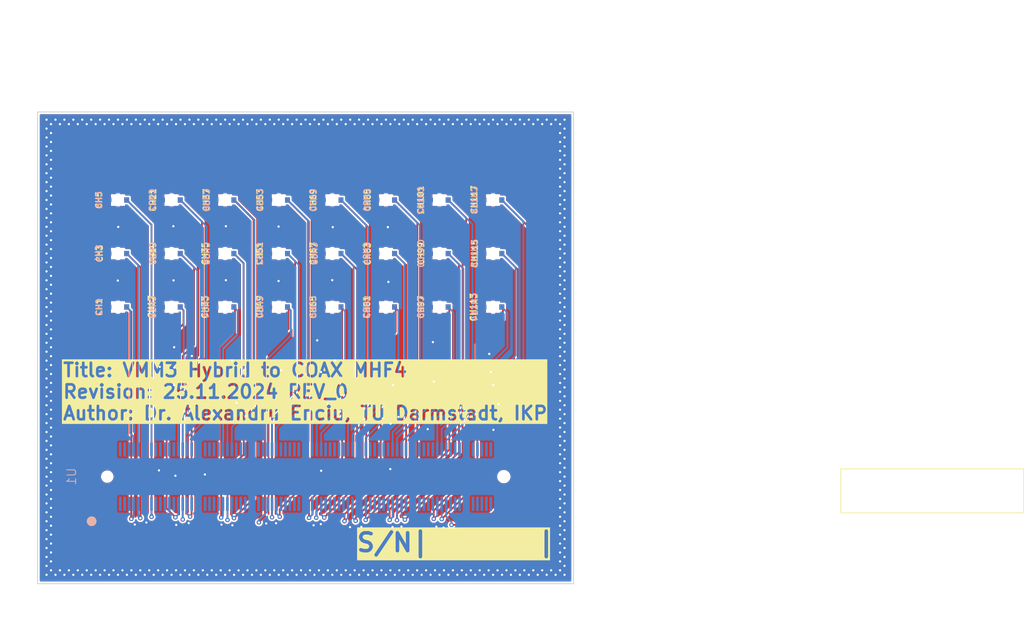
<source format=kicad_pcb>
(kicad_pcb (version 20240108) (generator "pcbnew") (generator_version "8.0")
  (title_block (comment 4 "AISLER Project ID: SXSHDARP"))
  (layers (0 "F.Cu" signal) (1 "In1.Cu" signal) (2 "In2.Cu" signal) (31 "B.Cu" signal) (34 "B.Paste" user) (35 "F.Paste" user) (36 "B.SilkS" user "B.Silkscreen") (37 "F.SilkS" user "F.Silkscreen") (38 "B.Mask" user) (39 "F.Mask" user) (44 "Edge.Cuts" user))
  (net 0 "")
  (net 1 "Ch_83")
  (net 3 "Ch_4")
  (net 4 "Ch_14")
  (net 5 "Ch_19")
  (net 6 "Ch_106")
  (net 7 "Ch_127")
  (net 8 "Ch_26")
  (net 9 "Ch_101")
  (net 10 "Ch_42")
  (net 11 "Ch_51")
  (net 12 "Ch_22")
  (net 13 "Ch_31")
  (net 14 "Ch_123")
  (net 15 "Ch_112")
  (net 16 "Ch_20")
  (net 17 "Ch_90")
  (net 18 "Ch_45")
  (net 19 "Ch_11")
  (net 20 "Ch_40")
  (net 21 "Ch_67")
  (net 22 "Ch_99")
  (net 23 "Ch_25")
  (net 24 "Ch_110")
  (net 25 "GND")
  (net 26 "Ch_122")
  (net 27 "Ch_111")
  (net 28 "Ch_102")
  (net 30 "Ch_43")
  (net 31 "Ch_118")
  (net 32 "Ch_57")
  (net 33 "Ch_104")
  (net 34 "Ch_89")
  (net 35 "Ch_12")
  (net 36 "Ch_120")
  (net 37 "Ch_107")
  (net 38 "Ch_126")
  (net 40 "Ch_1")
  (net 41 "Ch_15")
  (net 42 "Ch_60")
  (net 43 "Ch_48")
  (net 44 "Ch_35")
  (net 45 "Ch_86")
  (net 46 "Ch_53")
  (net 47 "Ch_58")
  (net 49 "Ch_109")
  (net 50 "Ch_124")
  (net 51 "Ch_92")
  (net 52 "Ch_8")
  (net 53 "Ch_84")
  (net 54 "Ch_94")
  (net 56 "Ch_10")
  (net 57 "Ch_5")
  (net 58 "Ch_74")
  (net 59 "Ch_36")
  (net 60 "Ch_95")
  (net 61 "Ch_28")
  (net 62 "Ch_24")
  (net 63 "Ch_39")
  (net 64 "Ch_30")
  (net 65 "Ch_63")
  (net 66 "Ch_93")
  (net 67 "Ch_33")
  (net 68 "Ch_72")
  (net 69 "Ch_76")
  (net 70 "Ch_21")
  (net 71 "Ch_117")
  (net 73 "Ch_2")
  (net 74 "Ch_125")
  (net 75 "Ch_80")
  (net 76 "Ch_66")
  (net 77 "Ch_61")
  (net 78 "Ch_3")
  (net 80 "Ch_23")
  (net 81 "Ch_116")
  (net 82 "Ch_54")
  (net 83 "Ch_50")
  (net 84 "Ch_32")
  (net 86 "Ch_38")
  (net 87 "Ch_91")
  (net 88 "Ch_82")
  (net 89 "Ch_79")
  (net 90 "Ch_6")
  (net 91 "Ch_115")
  (net 92 "Ch_9")
  (net 93 "Ch_41")
  (net 94 "Ch_114")
  (net 95 "Ch_47")
  (net 96 "Ch_17")
  (net 97 "Ch_121")
  (net 98 "Ch_16")
  (net 99 "Ch_113")
  (net 100 "Ch_49")
  (net 101 "Ch_78")
  (net 102 "Ch_13")
  (net 103 "Ch_71")
  (net 104 "Ch_68")
  (net 105 "Ch_52")
  (net 106 "Ch_100")
  (net 107 "Ch_46")
  (net 108 "Ch_27")
  (net 109 "Ch_87")
  (net 110 "Ch_18")
  (net 111 "Ch_103")
  (net 112 "Ch_98")
  (net 113 "Ch_97")
  (net 114 "Ch_105")
  (net 115 "Ch_29")
  (net 117 "Ch_73")
  (net 118 "Ch_69")
  (net 120 "Ch_62")
  (net 121 "Ch_88")
  (net 122 "Ch_96")
  (net 123 "Ch_119")
  (net 124 "Ch_44")
  (net 125 "Ch_55")
  (net 126 "Ch_128")
  (net 127 "Ch_59")
  (net 129 "Ch_64")
  (net 130 "Ch_85")
  (net 131 "Ch_81")
  (net 132 "Ch_7")
  (net 134 "Ch_77")
  (net 135 "Ch_108")
  (net 136 "Ch_75")
  (net 137 "Ch_56")
  (net 138 "Ch_34")
  (net 139 "Ch_37")
  (net 140 "Ch_70")
  (net 141 "Ch_65")
  (footprint "IPEX:IPEX_20449-001E-03" (layer "F.Cu") (at 112.07 83.53 90)
    (property "Reference" "J39" (hide yes))
    (property "Value" "CH99")
  )
  (footprint "IPEX:IPEX_20449-001E-03" (layer "F.Cu") (at 76.07 83.53 90)
    (property "Reference" "J33" (hide yes))
    (property "Value" "CH3")
  )
  (footprint "IPEX:IPEX_20449-001E-03" (layer "F.Cu") (at 88.07 83.53 90)
    (property "Reference" "J35" (hide yes))
    (property "Value" "CH35")
  )
  (footprint "IPEX:IPEX_20449-001E-03" (layer "F.Cu") (at 106.07 89.53 90)
    (property "Reference" "J30" (hide yes))
    (property "Value" "CH81")
  )
  (footprint "IPEX:IPEX_20449-001E-03" (layer "F.Cu") (at 112.07 89.53 90)
    (property "Reference" "J31" (hide yes))
    (property "Value" "CH97")
  )
  (footprint "IPEX:IPEX_20449-001E-03" (layer "F.Cu") (at 82.07 77.53 90)
    (property "Reference" "J42" (hide yes))
    (property "Value" "CH21")
  )
  (footprint "IPEX:IPEX_20449-001E-03" (layer "F.Cu") (at 88.07 89.53 90)
    (property "Reference" "J27" (hide yes))
    (property "Value" "CH33")
  )
  (footprint "IPEX:IPEX_20449-001E-03" (layer "F.Cu") (at 112.07 77.53 90)
    (property "Reference" "J47" (hide yes))
    (property "Value" "CH101")
  )
  (footprint "IPEX:IPEX_20449-001E-03" (layer "F.Cu") (at 100.07 77.53 90)
    (property "Reference" "J45" (hide yes))
    (property "Value" "CH69")
  )
  (footprint "IPEX:IPEX_20449-001E-03" (layer "F.Cu") (at 106.07 77.53 90)
    (property "Reference" "J46" (hide yes))
    (property "Value" "CH85")
  )
  (footprint "IPEX:IPEX_20449-001E-03" (layer "F.Cu") (at 100.07 89.53 90)
    (property "Reference" "J29" (hide yes))
    (property "Value" "CH65")
  )
  (footprint "IPEX:IPEX_20449-001E-03" (layer "F.Cu") (at 88.07 77.53 90)
    (property "Reference" "J43" (hide yes))
    (property "Value" "CH37")
  )
  (footprint "IPEX:IPEX_20449-001E-03" (layer "F.Cu") (at 94.07 83.53 90)
    (property "Reference" "J36" (hide yes))
    (property "Value" "CH51")
  )
  (footprint "IPEX:IPEX_20449-001E-03" (layer "F.Cu") (at 100.07 83.53 90)
    (property "Reference" "J37" (hide yes))
    (property "Value" "CH67")
  )
  (footprint "IPEX:IPEX_20449-001E-03" (layer "F.Cu") (at 118.07 83.53 90)
    (property "Reference" "J40" (hide yes))
    (property "Value" "CH115")
  )
  (footprint "IPEX:IPEX_20449-001E-03" (layer "F.Cu") (at 94.07 77.53 90)
    (property "Reference" "J44" (hide yes))
    (property "Value" "CH53")
  )
  (footprint "IPEX:IPEX_20449-001E-03" (layer "F.Cu") (at 76.07 89.53 90)
    (property "Reference" "J25" (hide yes))
    (property "Value" "CH1")
  )
  (footprint "IPEX:IPEX_20449-001E-03" (layer "F.Cu") (at 106.07 83.53 90)
    (property "Reference" "J38" (hide yes))
    (property "Value" "CH83")
  )
  (footprint "IPEX:IPEX_20449-001E-03" (layer "F.Cu") (at 118.07 77.53 90)
    (property "Reference" "J48" (hide yes))
    (property "Value" "CH117")
  )
  (footprint "IPEX:IPEX_20449-001E-03" (layer "F.Cu") (at 82.07 89.53 90)
    (property "Reference" "J26" (hide yes))
    (property "Value" "CH17")
  )
  (footprint "IPEX:IPEX_20449-001E-03" (layer "F.Cu") (at 94.07 89.53 90)
    (property "Reference" "J28" (hide yes))
    (property "Value" "CH49")
  )
  (footprint "IPEX:IPEX_20449-001E-03" (layer "F.Cu") (at 82.07 83.53 90)
    (property "Reference" "J34" (hide yes))
    (property "Value" "CH19")
  )
  (footprint "IPEX:IPEX_20449-001E-03" (layer "F.Cu") (at 118.07 89.53 90)
    (property "Reference" "J32" (hide yes))
    (property "Value" "CH113")
  )
  (footprint "IPEX:IPEX_20449-001E-03" (layer "F.Cu") (at 76.07 77.53 90)
    (property "Reference" "J41" (hide yes))
    (property "Value" "CH5")
  )
  (footprint "IPEX:IPEX_20449-001E-03" (layer "B.Cu") (at 118.07 89.53 -90)
    (property "Reference" "J8" (hide yes))
    (property "Value" "CH114")
  )
  (footprint "IPEX:IPEX_20449-001E-03" (layer "B.Cu") (at 112.07 83.53 -90)
    (property "Reference" "J15" (hide yes))
    (property "Value" "CH100")
  )
  (footprint "IPEX:IPEX_20449-001E-03" (layer "B.Cu") (at 100.07 77.53 -90)
    (property "Reference" "J21" (hide yes))
    (property "Value" "CH70")
  )
  (footprint "IPEX:IPEX_20449-001E-03" (layer "B.Cu") (at 76.07 83.53 -90)
    (property "Reference" "J9" (hide yes))
    (property "Value" "CH4")
  )
  (footprint "IPEX:IPEX_20449-001E-03" (layer "B.Cu") (at 106.07 89.53 -90)
    (property "Reference" "J6" (hide yes))
    (property "Value" "CH82")
  )
  (footprint "IPEX:IPEX_20449-001E-03" (layer "B.Cu") (at 106.07 83.53 -90)
    (property "Reference" "J14" (hide yes))
    (property "Value" "CH84")
  )
  (footprint "IPEX:IPEX_20449-001E-03" (layer "B.Cu") (at 100.07 89.53 -90)
    (property "Reference" "J5" (hide yes))
    (property "Value" "CH66")
  )
  (footprint "IPEX:IPEX_20449-001E-03" (layer "B.Cu") (at 118.07 77.53 -90)
    (property "Reference" "J24" (hide yes))
    (property "Value" "CH118")
  )
  (footprint "IPEX:IPEX_20449-001E-03" (layer "B.Cu") (at 76.07 77.53 -90)
    (property "Reference" "J17" (hide yes))
    (property "Value" "CH6")
  )
  (footprint "IPEX:IPEX_20449-001E-03" (layer "B.Cu") (at 94.07 83.53 -90)
    (property "Reference" "J12" (hide yes))
    (property "Value" "CH52")
  )
  (footprint "IPEX:IPEX_20449-001E-03" (layer "B.Cu") (at 94.07 77.53 -90)
    (property "Reference" "J20" (hide yes))
    (property "Value" "CH54")
  )
  (footprint "Hirose-FX10:Hirose-FX10" (layer "B.Cu") (at 73.12 108.53)
    (property "Reference" "U1")
    (property "Value" "~")
  )
  (footprint "IPEX:IPEX_20449-001E-03" (layer "B.Cu") (at 94.07 89.53 -90)
    (property "Reference" "J4" (hide yes))
    (property "Value" "CH50")
  )
  (footprint "IPEX:IPEX_20449-001E-03" (layer "B.Cu") (at 82.07 89.53 -90)
    (property "Reference" "J2" (hide yes))
    (property "Value" "CH18")
  )
  (footprint "IPEX:IPEX_20449-001E-03" (layer "B.Cu") (at 88.07 77.53 -90)
    (property "Reference" "J19" (hide yes))
    (property "Value" "CH38")
  )
  (footprint "IPEX:IPEX_20449-001E-03" (layer "B.Cu") (at 118.07 83.53 -90)
    (property "Reference" "J16" (hide yes))
    (property "Value" "CH116")
  )
  (footprint "IPEX:IPEX_20449-001E-03" (layer "B.Cu") (at 112.07 77.53 -90)
    (property "Reference" "J23" (hide yes))
    (property "Value" "CH102")
  )
  (footprint "IPEX:IPEX_20449-001E-03" (layer "B.Cu") (at 88.07 89.53 -90)
    (property "Reference" "J3" (hide yes))
    (property "Value" "CH34")
  )
  (footprint "IPEX:IPEX_20449-001E-03" (layer "B.Cu") (at 112.07 89.53 -90)
    (property "Reference" "J7" (hide yes))
    (property "Value" "CH98")
  )
  (footprint "IPEX:IPEX_20449-001E-03" (layer "B.Cu") (at 88.07 83.53 -90)
    (property "Reference" "J11" (hide yes))
    (property "Value" "CH36")
  )
  (footprint "IPEX:IPEX_20449-001E-03" (layer "B.Cu") (at 76.07 89.53 -90)
    (property "Reference" "J1" (hide yes))
    (property "Value" "CH2")
  )
  (footprint "IPEX:IPEX_20449-001E-03" (layer "B.Cu") (at 82.07 83.53 -90)
    (property "Reference" "J10" (hide yes))
    (property "Value" "CH20")
  )
  (footprint "IPEX:IPEX_20449-001E-03" (layer "B.Cu") (at 100.07 83.53 -90)
    (property "Reference" "J13" (hide yes))
    (property "Value" "CH68")
  )
  (footprint "IPEX:IPEX_20449-001E-03" (layer "B.Cu") (at 82.07 77.53 -90)
    (property "Reference" "J18" (hide yes))
    (property "Value" "CH22")
  )
  (footprint "IPEX:IPEX_20449-001E-03" (layer "B.Cu") (at 106.07 77.53 -90)
    (property "Reference" "J22" (hide yes))
    (property "Value" "CH86")
  )
  (gr_rect (start 157 107.66) (end 177.48 112.59) (stroke (width 0.1)) (fill none) (layer "F.SilkS"))
  (gr_rect (start 67.07 67.67) (end 127.07 120.53) (stroke (width 0.1)) (fill none) (layer "Edge.Cuts"))
  (gr_text "S/N|        |" (at 102.62 117.09 0) (layer "F.SilkS" knockout) (effects (font (size 2 2) (thickness 0.4) (bold yes)) (justify left bottom)))
  (gr_text "Title: VMM3 Hybrid to COAX MHF4\nRevision: 25.11.2024 REV_0\nAuthor: Dr. Alexandru Enciu, TU Darmstadt, IKP" (at 69.77 102.3 0) (layer "F.SilkS" knockout) (effects (font (size 1.5 1.5) (thickness 0.3) (bold yes)) (justify left bottom)))
  (segment (start 102.68 113.48) (end 102.68 113.16) (width 0.2) (layer "F.Cu") (net 1))
  (segment (start 108.33 107.51) (end 108.33 84.815) (width 0.2) (layer "F.Cu") (net 1))
  (segment (start 102.68 113.16) (end 108.33 107.51) (width 0.2) (layer "F.Cu") (net 1))
  (segment (start 108.33 84.815) (end 107.045 83.53) (width 0.2) (layer "F.Cu") (net 1))
  (via (at 102.68 113.48) (size 0.5) (drill 0.25) (layers "F.Cu" "B.Cu") (net 1))
  (segment (start 102.68 113.48) (end 102.32 113.12) (width 0.2) (layer "B.Cu") (net 1))
  (segment (start 102.32 113.12) (end 102.32 111.58) (width 0.2) (layer "B.Cu") (net 1))
  (segment (start 78.32 105.48) (end 78.32 84.805) (width 0.2) (layer "B.Cu") (net 3))
  (segment (start 78.32 84.805) (end 77.045 83.53) (width 0.2) (layer "B.Cu") (net 3))
  (segment (start 84.59 85.075) (end 83.045 83.53) (width 0.2) (layer "F.Cu") (net 5))
  (segment (start 83.32 95) (end 84.59 93.73) (width 0.2) (layer "F.Cu") (net 5))
  (segment (start 83.32 113.33) (end 83.32 95) (width 0.2) (layer "F.Cu") (net 5))
  (segment (start 84.59 93.73) (end 84.59 85.075) (width 0.2) (layer "F.Cu") (net 5))
  (via (at 83.32 113.33) (size 0.5) (drill 0.25) (layers "F.Cu" "B.Cu") (net 5))
  (segment (start 83.32 113.33) (end 83.32 111.58) (width 0.2) (layer "B.Cu") (net 5))
  (segment (start 115.05 79.535) (end 113.045 77.53) (width 0.2) (layer "F.Cu") (net 9))
  (segment (start 108.2 113.36) (end 115.05 106.51) (width 0.2) (layer "F.Cu") (net 9))
  (segment (start 115.05 106.51) (end 115.05 79.535) (width 0.2) (layer "F.Cu") (net 9))
  (via (at 108.2 113.36) (size 0.5) (drill 0.25) (layers "F.Cu" "B.Cu") (net 9))
  (segment (start 107.82 112.98) (end 108.2 113.36) (width 0.2) (layer "B.Cu") (net 9))
  (segment (start 107.82 111.58) (end 107.82 112.98) (width 0.2) (layer "B.Cu") (net 9))
  (segment (start 93.32 113.08) (end 93.32 102.08) (width 0.2) (layer "F.Cu") (net 11))
  (segment (start 95.91 99.49) (end 95.91 84.395) (width 0.2) (layer "F.Cu") (net 11))
  (segment (start 93.32 102.08) (end 95.91 99.49) (width 0.2) (layer "F.Cu") (net 11))
  (segment (start 95.91 84.395) (end 95.045 83.53) (width 0.2) (layer "F.Cu") (net 11))
  (via (at 93.32 113.08) (size 0.5) (drill 0.25) (layers "F.Cu" "B.Cu") (net 11))
  (segment (start 93.32 113.08) (end 93.32 111.58) (width 0.2) (layer "B.Cu") (net 11))
  (segment (start 86 101.98) (end 86 80.485) (width 0.2) (layer "B.Cu") (net 12))
  (segment (start 86 80.485) (end 83.045 77.53) (width 0.2) (layer "B.Cu") (net 12))
  (segment (start 83.82 105.48) (end 83.82 104.16) (width 0.2) (layer "B.Cu") (net 12))
  (segment (start 83.82 104.16) (end 86 101.98) (width 0.2) (layer "B.Cu") (net 12))
  (segment (start 83.32 105.48) (end 83.32 101.693504) (width 0.2) (layer "B.Cu") (net 16))
  (segment (start 83.32 101.693504) (end 84.94 100.073504) (width 0.2) (layer "B.Cu") (net 16))
  (segment (start 84.94 85.425) (end 83.045 83.53) (width 0.2) (layer "B.Cu") (net 16))
  (segment (start 84.94 100.073504) (end 84.94 85.425) (width 0.2) (layer "B.Cu") (net 16))
  (segment (start 102.84 107.9) (end 102.84 85.325) (width 0.2) (layer "F.Cu") (net 21))
  (segment (start 102.84 85.325) (end 101.045 83.53) (width 0.2) (layer "F.Cu") (net 21))
  (segment (start 98.27 113.133105) (end 98.27 112.47) (width 0.2) (layer "F.Cu") (net 21))
  (segment (start 98.27 112.47) (end 102.84 107.9) (width 0.2) (layer "F.Cu") (net 21))
  (via (at 98.27 113.133105) (size 0.5) (drill 0.25) (layers "F.Cu" "B.Cu") (net 21))
  (segment (start 98.32 113.083105) (end 98.32 111.58) (width 0.2) (layer "B.Cu") (net 21))
  (segment (start 98.27 113.133105) (end 98.32 113.083105) (width 0.2) (layer "B.Cu") (net 21))
  (segment (start 114.25 84.735) (end 113.045 83.53) (width 0.2) (layer "F.Cu") (net 22))
  (segment (start 107.31 112.72) (end 114.25 105.78) (width 0.2) (layer "F.Cu") (net 22))
  (segment (start 114.25 105.78) (end 114.25 84.735) (width 0.2) (layer "F.Cu") (net 22))
  (segment (start 107.31 113.41) (end 107.31 112.72) (width 0.2) (layer "F.Cu") (net 22))
  (via (at 107.31 113.41) (size 0.5) (drill 0.25) (layers "F.Cu" "B.Cu") (net 22))
  (segment (start 107.32 111.58) (end 107.32 113.4) (width 0.2) (layer "B.Cu") (net 22))
  (segment (start 107.32 113.4) (end 107.31 113.41) (width 0.2) (layer "B.Cu") (net 22))
  (via (at 125.57 110.03) (size 0.5) (drill 0.25) (layers "F.Cu" "B.Cu") (net 25))
  (via (at 117.57 69.03) (size 0.5) (drill 0.25) (layers "F.Cu" "B.Cu") (net 25))
  (via (at 104.07 68.53) (size 0.5) (drill 0.25) (layers "F.Cu" "B.Cu") (net 25))
  (via (at 76.1 80.55) (size 0.5) (drill 0.25) (layers "F.Cu" "B.Cu") (net 25))
  (via (at 68.07 111.53) (size 0.5) (drill 0.25) (layers "F.Cu" "B.Cu") (net 25))
  (via (at 126.07 82.53) (size 0.5) (drill 0.25) (layers "F.Cu" "B.Cu") (net 25))
  (via (at 72.07 119.53) (size 0.5) (drill 0.25) (layers "F.Cu" "B.Cu") (net 25))
  (via (at 126.07 101.53) (size 0.5) (drill 0.25) (layers "F.Cu" "B.Cu") (net 25))
  (via (at 68.07 87.53) (size 0.5) (drill 0.25) (layers "F.Cu" "B.Cu") (net 25))
  (via (at 68.57 72.03) (size 0.5) (drill 0.25) (layers "F.Cu" "B.Cu") (net 25))
  (via (at 68.57 100.03) (size 0.5) (drill 0.25) (layers "F.Cu" "B.Cu") (net 25))
  (via (at 125.57 119.03) (size 0.5) (drill 0.25) (layers "F.Cu" "B.Cu") (net 25))
  (via (at 98.78 113.85) (size 0.5) (drill 0.25) (layers "F.Cu" "B.Cu") (net 25))
  (via (at 101.07 68.53) (size 0.5) (drill 0.25) (layers "F.Cu" "B.Cu") (net 25))
  (via (at 71.57 69.03) (size 0.5) (drill 0.25) (layers "F.Cu" "B.Cu") (net 25))
  (via (at 68.57 71.03) (size 0.5) (drill 0.25) (layers "F.Cu" "B.Cu") (net 25))
  (via (at 68.07 117.53) (size 0.5) (drill 0.25) (layers "F.Cu" "B.Cu") (net 25))
  (via (at 125.57 105.03) (size 0.5) (drill 0.25) (layers "F.Cu" "B.Cu") (net 25))
  (via (at 69.57 119.03) (size 0.5) (drill 0.25) (layers "F.Cu" "B.Cu") (net 25))
  (via (at 72.07 68.53) (size 0.5) (drill 0.25) (layers "F.Cu" "B.Cu") (net 25))
  (via (at 126.07 109.53) (size 0.5) (drill 0.25) (layers "F.Cu" "B.Cu") (net 25))
  (via (at 99.57 100.34) (size 0.5) (drill 0.25) (layers "F.Cu" "B.Cu") (net 25))
  (via (at 68.57 94.03) (size 0.5) (drill 0.25) (layers "F.Cu" "B.Cu") (net 25))
  (via (at 68.57 103.03) (size 0.5) (drill 0.25) (layers "F.Cu" "B.Cu") (net 25))
  (via (at 90.57 119.03) (size 0.5) (drill 0.25) (layers "F.Cu" "B.Cu") (net 25))
  (via (at 126.07 99.53) (size 0.5) (drill 0.25) (layers "F.Cu" "B.Cu") (net 25))
  (via (at 77.57 69.03) (size 0.5) (drill 0.25) (layers "F.Cu" "B.Cu") (net 25))
  (via (at 125.57 75.03) (size 0.5) (drill 0.25) (layers "F.Cu" "B.Cu") (net 25))
  (via (at 126.07 72.53) (size 0.5) (drill 0.25) (layers "F.Cu" "B.Cu") (net 25))
  (via (at 126.07 113.53) (size 0.5) (drill 0.25) (layers "F.Cu" "B.Cu") (net 25))
  (via (at 85.57 69.03) (size 0.5) (drill 0.25) (layers "F.Cu" "B.Cu") (net 25))
  (via (at 125.57 95.03) (size 0.5) (drill 0.25) (layers "F.Cu" "B.Cu") (net 25))
  (via (at 83.57 69.03) (size 0.5) (drill 0.25) (layers "F.Cu" "B.Cu") (net 25))
  (via (at 68.07 77.53) (size 0.5) (drill 0.25) (layers "F.Cu" "B.Cu") (net 25))
  (via (at 68.07 110.53) (size 0.5) (drill 0.25) (layers "F.Cu" "B.Cu") (net 25))
  (via (at 97.57 119.03) (size 0.5) (drill 0.25) (layers "F.Cu" "B.Cu") (net 25))
  (via (at 107.57 69.03) (size 0.5) (drill 0.25) (layers "F.Cu" "B.Cu") (net 25))
  (via (at 115.57 69.03) (size 0.5) (drill 0.25) (layers "F.Cu" "B.Cu") (net 25))
  (via (at 126.07 71.53) (size 0.5) (drill 0.25) (layers "F.Cu" "B.Cu") (net 25))
  (via (at 126.07 68.53) (size 0.5) (drill 0.25) (layers "F.Cu" "B.Cu") (net 25))
  (via (at 88.15 86.52) (size 0.5) (drill 0.25) (layers "F.Cu" "B.Cu") (net 25))
  (via (at 123.07 119.53) (size 0.5) (drill 0.25) (layers "F.Cu" "B.Cu") (net 25))
  (via (at 126.07 79.53) (size 0.5) (drill 0.25) (layers "F.Cu" "B.Cu") (net 25))
  (via (at 68.57 98.03) (size 0.5) (drill 0.25) (layers "F.Cu" "B.Cu") (net 25))
  (via (at 68.07 119.53) (size 0.5) (drill 0.25) (layers "F.Cu" "B.Cu") (net 25))
  (via (at 90.57 69.03) (size 0.5) (drill 0.25) (layers "F.Cu" "B.Cu") (net 25))
  (via (at 82.38 96.32) (size 0.5) (drill 0.25) (layers "F.Cu" "B.Cu") (net 25))
  (via (at 78.07 119.53) (size 0.5) (drill 0.25) (layers "F.Cu" "B.Cu") (net 25))
  (via (at 112.07 119.53) (size 0.5) (drill 0.25) (layers "F.Cu" "B.Cu") (net 25))
  (via (at 95.57 69.03) (size 0.5) (drill 0.25) (layers "F.Cu" "B.Cu") (net 25))
  (via (at 99.57 119.03) (size 0.5) (drill 0.25) (layers "F.Cu" "B.Cu") (net 25))
  (via (at 68.57 73.03) (size 0.5) (drill 0.25) (layers "F.Cu" "B.Cu") (net 25))
  (via (at 68.57 110.03) (size 0.5) (drill 0.25) (layers "F.Cu" "B.Cu") (net 25))
  (via (at 81.07 68.53) (size 0.5) (drill 0.25) (layers "F.Cu" "B.Cu") (net 25))
  (via (at 126.07 117.53) (size 0.5) (drill 0.25) (layers "F.Cu" "B.Cu") (net 25))
  (via (at 126.07 80.53) (size 0.5) (drill 0.25) (layers "F.Cu" "B.Cu") (net 25))
  (via (at 126.07 119.53) (size 0.5) (drill 0.25) (layers "F.Cu" "B.Cu") (net 25))
  (via (at 109.57 119.03) (size 0.5) (drill 0.25) (layers "F.Cu" "B.Cu") (net 25))
  (via (at 75.07 68.53) (size 0.5) (drill 0.25) (layers "F.Cu" "B.Cu") (net 25))
  (via (at 126.07 86.53) (size 0.5) (drill 0.25) (layers "F.Cu" "B.Cu") (net 25))
  (via (at 100.07 68.53) (size 0.5) (drill 0.25) (layers "F.Cu" "B.Cu") (net 25))
  (via (at 98.57 119.03) (size 0.5) (drill 0.25) (layers "F.Cu" "B.Cu") (net 25))
  (via (at 117.07 119.53) (size 0.5) (drill 0.25) (layers "F.Cu" "B.Cu") (net 25))
  (via (at 106.85 98.26) (size 0.5) (drill 0.25) (layers "F.Cu" "B.Cu") (net 25))
  (via (at 70.07 68.53) (size 0.5) (drill 0.25) (layers "F.Cu" "B.Cu") (net 25))
  (via (at 68.07 69.53) (size 0.5) (drill 0.25) (layers "F.Cu" "B.Cu") (net 25))
  (via (at 94.07 68.53) (size 0.5) (drill 0.25) (layers "F.Cu" "B.Cu") (net 25))
  (via (at 100.57 69.03) (size 0.5) (drill 0.25) (layers "F.Cu" "B.Cu") (net 25))
  (via (at 82.36 98.27) (size 0.5) (drill 0.25) (layers "F.Cu" "B.Cu") (net 25))
  (via (at 68.57 118.03) (size 0.5) (drill 0.25) (layers "F.Cu" "B.Cu") (net 25))
  (via (at 124.07 68.53) (size 0.5) (drill 0.25) (layers "F.Cu" "B.Cu") (net 25))
  (via (at 68.07 81.53) (size 0.5) (drill 0.25) (layers "F.Cu" "B.Cu") (net 25))
  (via (at 68.57 75.03) (size 0.5) (drill 0.25) (layers "F.Cu" "B.Cu") (net 25))
  (via (at 126.07 110.53) (size 0.5) (drill 0.25) (layers "F.Cu" "B.Cu") (net 25))
  (via (at 90.07 68.53) (size 0.5) (drill 0.25) (layers "F.Cu" "B.Cu") (net 25))
  (via (at 119.57 119.03) (size 0.5) (drill 0.25) (layers "F.Cu" "B.Cu") (net 25))
  (via (at 92.07 119.53) (size 0.5) (drill 0.25) (layers "F.Cu" "B.Cu") (net 25))
  (via (at 125.57 112.03) (size 0.5) (drill 0.25) (layers "F.Cu" "B.Cu") (net 25))
  (via (at 117.64 94.78) (size 0.5) (drill 0.25) (layers "F.Cu" "B.Cu") (net 25))
  (via (at 126.07 90.53) (size 0.5) (drill 0.25) (layers "F.Cu" "B.Cu") (net 25))
  (via (at 126.07 93.53) (size 0.5) (drill 0.25) (layers "F.Cu" "B.Cu") (net 25))
  (via (at 69.07 68.53) (size 0.5) (drill 0.25) (layers "F.Cu" "B.Cu") (net 25))
  (via (at 101.57 69.03) (size 0.5) (drill 0.25) (layers "F.Cu" "B.Cu") (net 25))
  (via (at 125.57 103.03) (size 0.5) (drill 0.25) (layers "F.Cu" "B.Cu") (net 25))
  (via (at 125.57 88.03) (size 0.5) (drill 0.25) (layers "F.Cu" "B.Cu") (net 25))
  (via (at 92.57 119.03) (size 0.5) (drill 0.25) (layers "F.Cu" "B.Cu") (net 25))
  (via (at 92.07 68.53) (size 0.5) (drill 0.25) (layers "F.Cu" "B.Cu") (net 25))
  (via (at 124.57 69.03) (size 0.5) (drill 0.25) (layers "F.Cu" "B.Cu") (net 25))
  (via (at 104.07 119.53) (size 0.5) (drill 0.25) (layers "F.Cu" "B.Cu") (net 25))
  (via (at 73.57 69.03) (size 0.5) (drill 0.25) (layers "F.Cu" "B.Cu") (net 25))
  (via (at 68.57 91.03) (size 0.5) (drill 0.25) (layers "F.Cu" "B.Cu") (net 25))
  (via (at 111.328819 93.45628) (size 0.5) (drill 0.25) (layers "F.Cu" "B.Cu") (net 25))
  (via (at 93.07 119.53) (size 0.5) (drill 0.25) (layers "F.Cu" "B.Cu") (net 25))
  (via (at 68.57 84.03) (size 0.5) (drill 0.25) (layers "F.Cu" "B.Cu") (net 25))
  (via (at 122.07 119.53) (size 0.5) (drill 0.25) (layers "F.Cu" "B.Cu") (net 25))
  (via (at 68.57 85.03) (size 0.5) (drill 0.25) (layers "F.Cu" "B.Cu") (net 25))
  (via (at 68.07 116.53) (size 0.5) (drill 0.25) (layers "F.Cu" "B.Cu") (net 25))
  (via (at 68.57 99.03) (size 0.5) (drill 0.25) (layers "F.Cu" "B.Cu") (net 25))
  (via (at 68.57 107.03) (size 0.5) (drill 0.25) (layers "F.Cu" "B.Cu") (net 25))
  (via (at 126.07 103.53) (size 0.5) (drill 0.25) (layers "F.Cu" "B.Cu") (net 25))
  (via (at 89.57 69.03) (size 0.5) (drill 0.25) (layers "F.Cu" "B.Cu") (net 25))
  (via (at 96.57 69.03) (size 0.5) (drill 0.25) (layers "F.Cu" "B.Cu") (net 25))
  (via (at 108.57 69.03) (size 0.5) (drill 0.25) (layers "F.Cu" "B.Cu") (net 25))
  (via (at 79.07 68.53) (size 0.5) (drill 0.25) (layers "F.Cu" "B.Cu") (net 25))
  (via (at 125.57 109.03) (size 0.5) (drill 0.25) (layers "F.Cu" "B.Cu") (net 25))
  (via (at 81.57 69.03) (size 0.5) (drill 0.25) (layers "F.Cu" "B.Cu") (net 25))
  (via (at 84.07 68.53) (size 0.5) (drill 0.25) (layers "F.Cu" "B.Cu") (net 25))
  (via (at 126.07 116.53) (size 0.5) (drill 0.25) (layers "F.Cu" "B.Cu") (net 25))
  (via (at 68.07 83.53) (size 0.5) (drill 0.25) (layers "F.Cu" "B.Cu") (net 25))
  (via (at 126.07 91.53) (size 0.5) (drill 0.25) (layers "F.Cu" "B.Cu") (net 25))
  (via (at 110.75 103.21) (size 0.5) (drill 0.25) (layers "F.Cu" "B.Cu") (net 25))
  (via (at 80.57 69.03) (size 0.5) (drill 0.25) (layers "F.Cu" "B.Cu") (net 25))
  (via (at 68.07 118.53) (size 0.5) (drill 0.25) (layers "F.Cu" "B.Cu") (net 25))
  (via (at 88.57 119.03) (size 0.5) (drill 0.25) (layers "F.Cu" "B.Cu") (net 25))
  (via (at 74.57 69.03) (size 0.5) (drill 0.25) (layers "F.Cu" "B.Cu") (net 25))
  (via (at 88.07 119.53) (size 0.5) (drill 0.25) (layers "F.Cu" "B.Cu") (net 25))
  (via (at 125.57 71.03) (size 0.5) (drill 0.25) (layers "F.Cu" "B.Cu") (net 25))
  (via (at 68.07 90.53) (size 0.5) (drill 0.25) (layers "F.Cu" "B.Cu") (net 25))
  (via (at 125.57 87.03) (size 0.5) (drill 0.25) (layers "F.Cu" "B.Cu") (net 25))
  (via (at 114.07 68.53) (size 0.5) (drill 0.25) (layers "F.Cu" "B.Cu") (net 25))
  (via (at 126.07 105.53) (size 0.5) (drill 0.25) (layers "F.Cu" "B.Cu") (net 25))
  (via (at 126.07 106.53) (size 0.5) (drill 0.25) (layers "F.Cu" "B.Cu") (net 25))
  (via (at 124.07 119.53) (size 0.5) (drill 0.25) (layers "F.Cu" "B.Cu") (net 25))
  (via (at 110.07 68.53) (size 0.5) (drill 0.25) (layers "F.Cu" "B.Cu") (net 25))
  (via (at 83.99 113.74) (size 0.5) (drill 0.25) (layers "F.Cu" "B.Cu") (net 25))
  (via (at 94.07 119.53) (size 0.5) (drill 0.25) (layers "F.Cu" "B.Cu") (net 25))
  (via (at 115.57 119.03) (size 0.5) (drill 0.25) (layers "F.Cu" "B.Cu") (net 25))
  (via (at 111.57 119.03) (size 0.5) (drill 0.25) (layers "F.Cu" "B.Cu") (net 25))
  (via (at 125.57 91.03) (size 0.5) (drill 0.25) (layers "F.Cu" "B.Cu") (net 25))
  (via (at 77.57 119.03) (size 0.5) (drill 0.25) (layers "F.Cu" "B.Cu") (net 25))
  (via (at 68.57 90.03) (size 0.5) (drill 0.25) (layers "F.Cu" "B.Cu") (net 25))
  (via (at 126.07 85.53) (size 0.5) (drill 0.25) (layers "F.Cu" "B.Cu") (net 25))
  (via (at 79.57 69.03) (size 0.5) (drill 0.25) (layers "F.Cu" "B.Cu") (net 25))
  (via (at 87.57 119.03) (size 0.5) (drill 0.25) (layers "F.Cu" "B.Cu") (net 25))
  (via (at 80.66 107.83) (size 0.5) (drill 0.25) (layers "F.Cu" "B.Cu") (net 25))
  (via (at 68.57 108.03) (size 0.5) (drill 0.25) (layers "F.Cu" "B.Cu") (net 25))
  (via (at 108.07 119.53) (size 0.5) (drill 0.25) (layers "F.Cu" "B.Cu") (net 25))
  (via (at 100.12 80.57) (size 0.5) (drill 0.25) (layers "F.Cu" "B.Cu") (net 25))
  (via (at 107.47 101.84) (size 0.5) (drill 0.25) (layers "F.Cu" "B.Cu") (net 25))
  (via (at 118.11 103.29) (size 0.5) (drill 0.25) (layers "F.Cu" "B.Cu") (net 25))
  (via (at 68.07 72.53) (size 0.5) (drill 0.25) (layers "F.Cu" "B.Cu") (net 25))
  (via (at 98.07 68.53) (size 0.5) (drill 0.25) (layers "F.Cu" "B.Cu") (net 25))
  (via (at 68.07 96.53) (size 0.5) (drill 0.25) (layers "F.Cu" "B.Cu") (net 25))
  (via (at 106.07 119.53) (size 0.5) (drill 0.25) (layers "F.Cu" "B.Cu") (net 25))
  (via (at 94.57 119.03) (size 0.5) (drill 0.25) (layers "F.Cu" "B.Cu") (net 25))
  (via (at 105.07 119.53) (size 0.5) (drill 0.25) (layers "F.Cu" "B.Cu") (net 25))
  (via (at 102.07 119.53) (size 0.5) (drill 0.25) (layers "F.Cu" "B.Cu") (net 25))
  (via (at 84.34 95.01) (size 0.5) (drill 0.25) (layers "F.Cu" "B.Cu") (net 25))
  (via (at 106.56 107.68) (size 0.5) (drill 0.25) (layers "F.Cu" "B.Cu") (net 25))
  (via (at 71.07 119.53) (size 0.5) (drill 0.25) (layers "F.Cu" "B.Cu") (net 25))
  (via (at 107.57 119.03) (size 0.5) (drill 0.25) (layers "F.Cu" "B.Cu") (net 25))
  (via (at 80.07 119.53) (size 0.5) (drill 0.25) (layers "F.Cu" "B.Cu") (net 25))
  (via (at 119.07 68.53) (size 0.5) (drill 0.25) (layers "F.Cu" "B.Cu") (net 25))
  (via (at 120.57 119.03) (size 0.5) (drill 0.25) (layers "F.Cu" "B.Cu") (net 25))
  (via (at 105.57 119.03) (size 0.5) (drill 0.25) (layers "F.Cu" "B.Cu") (net 25))
  (via (at 126.07 96.53) (size 0.5) (drill 0.25) (layers "F.Cu" "B.Cu") (net 25))
  (via (at 119.57 69.03) (size 0.5) (drill 0.25) (layers "F.Cu" "B.Cu") (net 25))
  (via (at 106.07 68.53) (size 0.5) (drill 0.25) (layers "F.Cu" "B.Cu") (net 25))
  (via (at 68.57 77.03) (size 0.5) (drill 0.25) (layers "F.Cu" "B.Cu") (net 25))
  (via (at 126.07 83.53) (size 0.5) (drill 0.25) (layers "F.Cu" "B.Cu") (net 25))
  (via (at 126.07 81.53) (size 0.5) (drill 0.25) (layers "F.Cu" "B.Cu") (net 25))
  (via (at 106.59 102.6) (size 0.5) (drill 0.25) (layers "F.Cu" "B.Cu") (net 25))
  (via (at 82.29 86.54) (size 0.5) (drill 0.25) (layers "F.Cu" "B.Cu") (net 25))
  (via (at 76.57 119.03) (size 0.5) (drill 0.25) (layers "F.Cu" "B.Cu") (net 25))
  (via (at 117.57 119.03) (size 0.5) (drill 0.25) (layers "F.Cu" "B.Cu") (net 25))
  (via (at 87.66 113.91) (size 0.5) (drill 0.25) (layers "F.Cu" "B.Cu") (net 25))
  (via (at 113.57 69.03) (size 0.5) (drill 0.25) (layers "F.Cu" "B.Cu") (net 25))
  (via (at 122.57 119.03) (size 0.5) (drill 0.25) (layers "F.Cu" "B.Cu") (net 25))
  (via (at 68.07 92.53) (size 0.5) (drill 0.25) (layers "F.Cu" "B.Cu") (net 25))
  (via (at 70.07 119.53) (size 0.5) (drill 0.25) (layers "F.Cu" "B.Cu") (net 25))
  (via (at 125.57 104.03) (size 0.5) (drill 0.25) (layers "F.Cu" "B.Cu") (net 25))
  (via (at 125.57 82.03) (size 0.5) (drill 0.25) (layers "F.Cu" "B.Cu") (net 25))
  (via (at 125.57 111.03) (size 0.5) (drill 0.25) (layers "F.Cu" "B.Cu") (net 25))
  (via (at 77.95 113.9) (size 0.5) (drill 0.25) (layers "F.Cu" "B.Cu") (net 25))
  (via (at 114.57 69.03) (size 0.5) (drill 0.25) (layers "F.Cu" "B.Cu") (net 25))
  (via (at 68.07 71.53) (size 0.5) (drill 0.25) (layers "F.Cu" "B.Cu") (net 25))
  (via (at 125.07 68.53) (size 0.5) (drill 0.25) (layers "F.Cu" "B.Cu") (net 25))
  (via (at 68.57 82.03) (size 0.5) (drill 0.25) (layers "F.Cu" "B.Cu") (net 25))
  (via (at 85.07 68.53) (size 0.5) (drill 0.25) (layers "F.Cu" "B.Cu") (net 25))
  (via (at 79.07 119.53) (size 0.5) (drill 0.25) (layers "F.Cu" "B.Cu") (net 25))
  (via (at 68.57 69.03) (size 0.5) (drill 0.25) (layers "F.Cu" "B.Cu") (net 25))
  (via (at 68.07 70.53) (size 0.5) (drill 0.25) (layers "F.Cu" "B.Cu") (net 25))
  (via (at 68.57 112.03) (size 0.5) (drill 0.25) (layers "F.Cu" "B.Cu") (net 25))
  (via (at 68.07 88.53) (size 0.5) (drill 0.25) (layers "F.Cu" "B.Cu") (net 25))
  (via (at 68.57 105.03) (size 0.5) (drill 0.25) (layers "F.Cu" "B.Cu") (net 25))
  (via (at 69.07 119.53) (size 0.5) (drill 0.25) (layers "F.Cu" "B.Cu") (net 25))
  (via (at 125.57 98.03) (size 0.5) (drill 0.25) (layers "F.Cu" "B.Cu") (net 25))
  (via (at 107.07 68.53) (size 0.5) (drill 0.25) (layers "F.Cu" "B.Cu") (net 25))
  (via (at 113.07 119.53) (size 0.5) (drill 0.25) (layers "F.Cu" "B.Cu") (net 25))
  (via (at 124.57 119.03) (size 0.5) (drill 0.25) (layers "F.Cu" "B.Cu") (net 25))
  (via (at 125.57 117.03) (size 0.5) (drill 0.25) (layers "F.Cu" "B.Cu") (net 25))
  (via (at 126.07 69.53) (size 0.5) (drill 0.25) (layers "F.Cu" "B.Cu") (net 25))
  (via (at 73.57 119.03) (size 0.5) (drill 0.25) (layers "F.Cu" "B.Cu") (net 25))
  (via (at 98.82 107.87) (size 0.5) (drill 0.25) (layers "F.Cu" "B.Cu") (net 25))
  (via (at 126.07 115.53) (size 0.5) (drill 0.25) (layers "F.Cu" "B.Cu") (net 25))
  (via (at 125.57 94.03) (size 0.5) (drill 0.25) (layers "F.Cu" "B.Cu") (net 25))
  (via (at 112.07 68.53) (size 0.5) (drill 0.25) (layers "F.Cu" "B.Cu") (net 25))
  (via (at 109.57 69.03) (size 0.5) (drill 0.25) (layers "F.Cu" "B.Cu") (net 25))
  (via (at 125.57 89.03) (size 0.5) (drill 0.25) (layers "F.Cu" "B.Cu") (net 25))
  (via (at 111.07 68.53) (size 0.5) (drill 0.25) (layers "F.Cu" "B.Cu") (net 25))
  (via (at 107.07 119.53) (size 0.5) (drill 0.25) (layers "F.Cu" "B.Cu") (net 25))
  (via (at 113.57 119.03) (size 0.5) (drill 0.25) (layers "F.Cu" "B.Cu") (net 25))
  (via (at 88.57 69.03) (size 0.5) (drill 0.25) (layers "F.Cu" "B.Cu") (net 25))
  (via (at 68.07 85.53) (size 0.5) (drill 0.25) (layers "F.Cu" "B.Cu") (net 25))
  (via (at 126.07 77.53) (size 0.5) (drill 0.25) (layers "F.Cu" "B.Cu") (net 25))
  (via (at 123.57 69.03) (size 0.5) (drill 0.25) (layers "F.Cu" "B.Cu") (net 25))
  (via (at 76.05 86.56) (size 0.5) (drill 0.25) (layers "F.Cu" "B.Cu") (net 25))
  (via (at 68.07 105.53) (size 0.5) (drill 0.25) (layers "F.Cu" "B.Cu") (net 25))
  (via (at 123.07 68.53) (size 0.5) (drill 0.25) (layers "F.Cu" "B.Cu") (net 25))
  (via (at 112.57 119.03) (size 0.5) (drill 0.25) (layers "F.Cu" "B.Cu") (net 25))
  (via (at 80.75 96.23) (size 0.5) (drill 0.25) (layers "F.Cu" "B.Cu") (net 25))
  (via (at 103.07 119.53) (size 0.5) (drill 0.25) (layers "F.Cu" "B.Cu") (net 25))
  (via (at 68.07 107.53) (size 0.5) (drill 0.25) (layers "F.Cu" "B.Cu") (net 25))
  (via (at 68.07 78.53) (size 0.5) (drill 0.25) (layers "F.Cu" "B.Cu") (net 25))
  (via (at 75.57 119.03) (size 0.5) (drill 0.25) (layers "F.Cu" "B.Cu") (net 25))
  (via (at 68.57 115.03) (size 0.5) (drill 0.25) (layers "F.Cu" "B.Cu") (net 25))
  (via (at 102.57 69.03) (size 0.5) (drill 0.25) (layers "F.Cu" "B.Cu") (net 25))
  (via (at 97.97 113.98) (size 0.5) (drill 0.25) (layers "F.Cu" "B.Cu") (net 25))
  (via (at 68.57 74.03) (size 0.5) (drill 0.25) (layers "F.Cu" "B.Cu") (net 25))
  (via (at 68.57 97.03) (size 0.5) (drill 0.25) (layers "F.Cu" "B.Cu") (net 25))
  (via (at 69.57 69.03) (size 0.5) (drill 0.25) (layers "F.Cu" "B.Cu") (net 25))
  (via (at 68.57 102.03) (size 0.5) (drill 0.25) (layers "F.Cu" "B.Cu") (net 25))
  (via (at 68.07 76.53) (size 0.5) (drill 0.25) (layers "F.Cu" "B.Cu") (net 25))
  (via (at 125.57 72.03) (size 0.5) (drill 0.25) (layers "F.Cu" "B.Cu") (net 25))
  (via (at 126.07 118.53) (size 0.5) (drill 0.25) (layers "F.Cu" "B.Cu") (net 25))
  (via (at 103.57 119.03) (size 0.5) (drill 0.25) (layers "F.Cu" "B.Cu") (net 25))
  (via (at 112.52 114.24) (size 0.5) (drill 0.25) (layers "F.Cu" "B.Cu") (net 25))
  (via (at 82.57 119.03) (size 0.5) (drill 0.25) (layers "F.Cu" "B.Cu") (net 25))
  (via (at 93.77 113.75) (size 0.5) (drill 0.25) (layers "F.Cu" "B.Cu") (net 25))
  (via (at 125.57 84.03) (size 0.5) (drill 0.25) (layers "F.Cu" "B.Cu") (net 25))
  (via (at 126.07 102.53) (size 0.5) (drill 0.25) (layers "F.Cu" "B.Cu") (net 25))
  (via (at 68.07 112.53) (size 0.5) (drill 0.25) (layers "F.Cu" "B.Cu") (net 25))
  (via (at 126.07 100.53) (size 0.5) (drill 0.25) (layers "F.Cu" "B.Cu") (net 25))
  (via (at 125.57 108.03) (size 0.5) (drill 0.25) (layers "F.Cu" "B.Cu") (net 25))
  (via (at 79.57 119.03) (size 0.5) (drill 0.25) (layers "F.Cu" "B.Cu") (net 25))
  (via (at 108.07 68.53) (size 0.5) (drill 0.25) (layers "F.Cu" "B.Cu") (net 25))
  (via (at 68.07 113.53) (size 0.5) (drill 0.25) (layers "F.Cu" "B.Cu") (net 25))
  (via (at 103.07 68.53) (size 0.5) (drill 0.25) (layers "F.Cu" "B.Cu") (net 25))
  (via (at 68.07 99.53) (size 0.5) (drill 0.25) (layers "F.Cu" "B.Cu") (net 25))
  (via (at 125.57 70.03) (size 0.5) (drill 0.25) (layers "F.Cu" "B.Cu") (net 25))
  (via (at 71.57 119.03) (size 0.5) (drill 0.25) (layers "F.Cu" "B.Cu") (net 25))
  (via (at 68.57 116.03) (size 0.5) (drill 0.25) (layers "F.Cu" "B.Cu") (net 25))
  (via (at 121.57 69.03) (size 0.5) (drill 0.25) (layers "F.Cu" "B.Cu") (net 25))
  (via (at 126.07 112.53) (size 0.5) (drill 0.25) (layers "F.Cu" "B.Cu") (net 25))
  (via (at 125.57 78.03) (size 0.5) (drill 0.25) (layers "F.Cu" "B.Cu") (net 25))
  (via (at 125.57 106.03) (size 0.5) (drill 0.25) (layers "F.Cu" "B.Cu") (net 25))
  (via (at 125.57 101.03) (size 0.5) (drill 0.25) (layers "F.Cu" "B.Cu") (net 25))
  (via (at 116.07 68.53) (size 0.5) (drill 0.25) (layers "F.Cu" "B.Cu") (net 25))
  (via (at 99.07 119.53) (size 0.5) (drill 0.25) (layers "F.Cu" "B.Cu") (net 25))
  (via (at 102.05 114.19) (size 0.5) (drill 0.25) (layers "F.Cu" "B.Cu") (net 25))
  (via (at 68.07 100.53) (size 0.5) (drill 0.25) (layers "F.Cu" "B.Cu") (net 25))
  (via (at 108.57 119.03) (size 0.5) (drill 0.25) (layers "F.Cu" "B.Cu") (net 25))
  (via (at 107.81 114.13) (size 0.5) (drill 0.25) (layers "F.Cu" "B.Cu") (net 25))
  (via (at 98.38 93.26) (size 0.5) (drill 0.25) (layers "F.Cu" "B.Cu") (net 25))
  (via (at 68.07 94.53) (size 0.5) (drill 0.25) (layers "F.Cu" "B.Cu") (net 25))
  (via (at 126.07 70.53) (size 0.5) (drill 0.25) (layers "F.Cu" "B.Cu") (net 25))
  (via (at 125.57 76.03) (size 0.5) (drill 0.25) (layers "F.Cu" "B.Cu") (net 25))
  (via (at 68.57 78.03) (size 0.5) (drill 0.25) (layers "F.Cu" "B.Cu") (net 25))
  (via (at 125.57 96.03) (size 0.5) (drill 0.25) (layers "F.Cu" "B.Cu") (net 25))
  (via (at 126.07 108.53) (size 0.5) (drill 0.25) (layers "F.Cu" "B.Cu") (net 25))
  (via (at 89.07 68.53) (size 0.5) (drill 0.25) (layers "F.Cu" "B.Cu") (net 25))
  (via (at 104.57 69.03) (size 0.5) (drill 0.25) (layers "F.Cu" "B.Cu") (net 25))
  (via (at 121.57 119.03) (size 0.5) (drill 0.25) (layers "F.Cu" "B.Cu") (net 25))
  (via (at 97.57 69.03) (size 0.5) (drill 0.25) (layers "F.Cu" "B.Cu") (net 25))
  (via (at 68.57 119.03) (size 0.5) (drill 0.25) (layers "F.Cu" "B.Cu") (net 25))
  (via (at 126.07 78.53) (size 0.5) (drill 0.25) (layers "F.Cu" "B.Cu") (net 25))
  (via (at 106.29 80.57) (size 0.5) (drill 0.25) (layers "F.Cu" "B.Cu") (net 25))
  (via (at 126.07 97.53) (size 0.5) (drill 0.25) (layers "F.Cu" "B.Cu") (net 25))
  (via (at 84.07 119.53) (size 0.5) (drill 0.25) (layers "F.Cu" "B.Cu") (net 25))
  (via (at 68.07 103.53) (size 0.5) (drill 0.25) (layers "F.Cu" "B.Cu") (net 25))
  (via (at 79.25 113.67) (size 0.5) (drill 0.25) (layers "F.Cu" "B.Cu") (net 25))
  (via (at 96.07 119.53) (size 0.5) (drill 0.25) (layers "F.Cu" "B.Cu") (net 25))
  (via (at 86.07 119.53) (size 0.5) (drill 0.25) (layers "F.Cu" "B.Cu") (net 25))
  (via (at 121.07 68.53) (size 0.5) (drill 0.25) (layers "F.Cu" "B.Cu") (net 25))
  (via (at 82.59 113.94) (size 0.5) (drill 0.25) (layers "F.Cu" "B.Cu") (net 25))
  (via (at 88.07 68.53) (size 0.5) (drill 0.25) (layers "F.Cu" "B.Cu") (net 25))
  (via (at 68.07 89.53) (size 0.5) (drill 0.25) (layers "F.Cu" "B.Cu") (net 25))
  (via (at 95.57 119.03) (size 0.5) (drill 0.25) (layers "F.Cu" "B.Cu") (net 25))
  (via (at 86.57 69.03) (size 0.5) (drill 0.25) (layers "F.Cu" "B.Cu") (net 25))
  (via (at 109.07 119.53) (size 0.5) (drill 0.25) (layers "F.Cu" "B.Cu") (net 25))
  (via (at 75.07 119.53) (size 0.5) (drill 0.25) (layers "F.Cu" "B.Cu") (net 25))
  (via (at 99.07 68.53) (size 0.5) (drill 0.25) (layers "F.Cu" "B.Cu") (net 25))
  (via (at 89.57 119.03) (size 0.5) (drill 0.25) (layers "F.Cu" "B.Cu") (net 25))
  (via (at 114.07 119.53) (size 0.5) (drill 0.25) (layers "F.Cu" "B.Cu") (net 25))
  (via (at 125.57 107.03) (size 0.5) (drill 0.25) (layers "F.Cu" "B.Cu") (net 25))
  (via (at 125.57 81.03) (size 0.5) (drill 0.25) (layers "F.Cu" "B.Cu") (net 25))
  (via (at 68.07 101.53) (size 0.5) (drill 0.25) (layers "F.Cu" "B.Cu") (net 25))
  (via (at 103.32 114.15) (size 0.5) (drill 0.25) (layers "F.Cu" "B.Cu") (net 25))
  (via (at 102.57 119.03) (size 0.5) (drill 0.25) (layers "F.Cu" "B.Cu") (net 25))
  (via (at 80.57 119.03) (size 0.5) (drill 0.25) (layers "F.Cu" "B.Cu") (net 25))
  (via (at 94.35 96.6) (size 0.5) (drill 0.25) (layers "F.Cu" "B.Cu") (net 25))
  (via (at 99.57 69.03) (size 0.5) (drill 0.25) (layers "F.Cu" "B.Cu") (net 25))
  (via (at 125.57 93.03) (size 0.5) (drill 0.25) (layers "F.Cu" "B.Cu") (net 25))
  (via (at 93.07 68.53) (size 0.5) (drill 0.25) (layers "F.Cu" "B.Cu") (net 25))
  (via (at 97.07 68.53) (size 0.5) (drill 0.25) (layers "F.Cu" "B.Cu") (net 25))
  (via (at 126.07 111.53) (size 0.5) (drill 0.25) (layers "F.Cu" "B.Cu") (net 25))
  (via (at 126.07 104.53) (size 0.5) (drill 0.25) (layers "F.Cu" "B.Cu") (net 25))
  (via (at 68.57 117.03) (size 0.5) (drill 0.25) (layers "F.Cu" "B.Cu") (net 25))
  (via (at 68.07 104.53) (size 0.5) (drill 0.25) (layers "F.Cu" "B.Cu") (net 25))
  (via (at 118.07 119.53) (size 0.5) (drill 0.25) (layers "F.Cu" "B.Cu") (net 25))
  (via (at 78.57 69.03) (size 0.5) (drill 0.25) (layers "F.Cu" "B.Cu") (net 25))
  (via (at 100.38 95.52) (size 0.5) (drill 0.25) (layers "F.Cu" "B.Cu") (net 25))
  (via (at 68.57 101.03) (size 0.5) (drill 0.25) (layers "F.Cu" "B.Cu") (net 25))
  (via (at 120.57 69.03) (size 0.5) (drill 0.25) (layers "F.Cu" "B.Cu") (net 25))
  (via (at 116.07 119.53) (size 0.5) (drill 0.25) (layers "F.Cu" "B.Cu") (net 25))
  (via (at 68.57 114.03) (size 0.5) (drill 0.25) (layers "F.Cu" "B.Cu") (net 25))
  (via (at 68.07 68.53) (size 0.5) (drill 0.25) (layers "F.Cu" "B.Cu") (net 25))
  (via (at 68.57 87.03) (size 0.5) (drill 0.25) (layers "F.Cu" "B.Cu") (net 25))
  (via (at 68.07 102.53) (size 0.5) (drill 0.25) (layers "F.Cu" "B.Cu") (net 25))
  (via (at 76.57 69.03) (size 0.5) (drill 0.25) (layers "F.Cu" "B.Cu") (net 25))
  (via (at 126.07 95.53) (size 0.5) (drill 0.25) (layers "F.Cu" "B.Cu") (net 25))
  (via (at 68.57 111.03) (size 0.5) (drill 0.25) (layers "F.Cu" "B.Cu") (net 25))
  (via (at 97.07 119.53) (size 0.5) (drill 0.25) (layers "F.Cu" "B.Cu") (net 25))
  (via (at 74.07 119.53) (size 0.5) (drill 0.25) (layers "F.Cu" "B.Cu") (net 25))
  (via (at 98.57 69.03) (size 0.5) (drill 0.25) (layers "F.Cu" "B.Cu") (net 25))
  (via (at 125.57 86.03) (size 0.5) (drill 0.25) (layers "F.Cu" "B.Cu") (net 25))
  (via (at 68.57 106.03) (size 0.5) (drill 0.25) (layers "F.Cu" "B.Cu") (net 25))
  (via (at 68.57 96.03) (size 0.5) (drill 0.25) (layers "F.Cu" "B.Cu") (net 25))
  (via (at 91.57 69.03) (size 0.5) (drill 0.25) (layers "F.Cu" "B.Cu") (net 25))
  (via (at 72.57 69.03) (size 0.5) (drill 0.25) (layers "F.Cu" "B.Cu") (net 25))
  (via (at 68.57 80.03) (size 0.5) (drill 0.25) (layers "F.Cu" "B.Cu") (net 25))
  (via (at 117.07 68.53) (size 0.5) (drill 0.25) (layers "F.Cu" "B.Cu") (net 25))
  (via (at 114.57 119.03) (size 0.5) (drill 0.25) (layers "F.Cu" "B.Cu") (net 25))
  (via (at 68.57 113.03) (size 0.5) (drill 0.25) (layers "F.Cu" "B.Cu") (net 25))
  (via (at 86.66 101.5) (size 0.5) (drill 0.25) (layers "F.Cu" "B.Cu") (net 25))
  (via (at 126.07 114.53) (size 0.5) (drill 0.25) (layers "F.Cu" "B.Cu") (net 25))
  (via (at 94.05 80.51) (size 0.5) (drill 0.25) (layers "F.Cu" "B.Cu") (net 25))
  (via (at 116.57 69.03) (size 0.5) (drill 0.25) (layers "F.Cu" "B.Cu") (net 25))
  (via (at 68.57 104.03) (size 0.5) (drill 0.25) (layers "F.Cu" "B.Cu") (net 25))
  (via (at 68.07 98.53) (size 0.5) (drill 0.25) (layers "F.Cu" "B.Cu") (net 25))
  (via (at 110.07 119.53) (size 0.5) (drill 0.25) (layers "F.Cu" "B.Cu") (net 25))
  (via (at 68.07 80.53) (size 0.5) (drill 0.25) (layers "F.Cu" "B.Cu") (net 25))
  (via (at 118.57 119.03) (size 0.5) (drill 0.25) (layers "F.Cu" "B.Cu") (net 25))
  (via (at 126.07 74.53) (size 0.5) (drill 0.25) (layers "F.Cu" "B.Cu") (net 25))
  (via (at 125.57 69.03) (size 0.5) (drill 0.25) (layers "F.Cu" "B.Cu") (net 25))
  (via (at 125.57 115.03) (size 0.5) (drill 0.25) (layers "F.Cu" "B.Cu") (net 25))
  (via (at 106.57 119.03) (size 0.5) (drill 0.25) (layers "F.Cu" "B.Cu") (net 25))
  (via (at 105.07 68.53) (size 0.5) (drill 0.25) (layers "F.Cu" "B.Cu") (net 25))
  (via (at 76.07 68.53) (size 0.5) (drill 0.25) (layers "F.Cu" "B.Cu") (net 25))
  (via (at 101.07 119.53) (size 0.5) (drill 0.25) (layers "F.Cu" "B.Cu") (net 25))
  (via (at 125.57 102.03) (size 0.5) (drill 0.25) (layers "F.Cu" "B.Cu") (net 25))
  (via (at 113.07 68.53) (size 0.5) (drill 0.25) (layers "F.Cu" "B.Cu") (net 25))
  (via (at 68.07 97.53) (size 0.5) (drill 0.25) (layers "F.Cu" "B.Cu") (net 25))
  (via (at 126.07 98.53) (size 0.5) (drill 0.25) (layers "F.Cu" "B.Cu") (net 25))
  (via (at 68.57 89.03) (size 0.5) (drill 0.25) (layers "F.Cu" "B.Cu") (net 25))
  (via (at 68.57 109.03) (size 0.5) (drill 0.25) (layers "F.Cu" "B.Cu") (net 25))
  (via (at 125.57 83.03) (size 0.5) (drill 0.25) (layers "F.Cu" "B.Cu") (net 25))
  (via (at 82.36 94.03) (size 0.5) (drill 0.25) (layers "F.Cu" "B.Cu") (net 25))
  (via (at 82.5 108.43) (size 0.5) (drill 0.25) (layers "F.Cu" "B.Cu") (net 25))
  (via (at 85.57 119.03) (size 0.5) (drill 0.25) (layers "F.Cu" "B.Cu") (net 25))
  (via (at 126.07 87.53) (size 0.5) (drill 0.25) (layers "F.Cu" "B.Cu") (net 25))
  (via (at 125.57 100.03) (size 0.5) (drill 0.25) (layers "F.Cu" "B.Cu") (net 25))
  (via (at 125.57 85.03) (size 0.5) (drill 0.25) (layers "F.Cu" "B.Cu") (net 25))
  (via (at 68.07 108.53) (size 0.5) (drill 0.25) (layers "F.Cu" "B.Cu") (net 25))
  (via (at 88.88 113.98) (size 0.5) (drill 0.25) (layers "F.Cu" "B.Cu") (net 25))
  (via (at 125.57 77.03) (size 0.5) (drill 0.25) (layers "F.Cu" "B.Cu") (net 25))
  (via (at 94.05 86.61) (size 0.5) (drill 0.25) (layers "F.Cu" "B.Cu") (net 25))
  (via (at 125.07 119.53) (size 0.5) (drill 0.25) (layers "F.Cu" "B.Cu") (net 25))
  (via (at 100.06 86.51) (size 0.5) (drill 0.25) (layers "F.Cu" "B.Cu") (net 25))
  (via (at 126.07 94.53) (size 0.5) (drill 0.25) (layers "F.Cu" "B.Cu") (net 25))
  (via (at 126.07 84.53) (size 0.5) (drill 0.25) (layers "F.Cu" "B.Cu") (net 25))
  (via (at 87.07 68.53) (size 0.5) (drill 0.25) (layers "F.Cu" "B.Cu") (net 25))
  (via (at 68.57 88.03) (size 0.5) (drill 0.25) (layers "F.Cu" "B.Cu") (net 25))
  (via (at 126.07 89.53) (size 0.5) (drill 0.25) (layers "F.Cu" "B.Cu") (net 25))
  (via (at 91.07 119.53) (size 0.5) (drill 0.25) (layers "F.Cu" "B.Cu") (net 25))
  (via (at 82.07 68.53) (size 0.5) (drill 0.25) (layers "F.Cu" "B.Cu") (net 25))
  (via (at 125.57 80.03) (size 0.5) (drill 0.25) (layers "F.Cu" "B.Cu") (net 25))
  (via (at 111.72 114.14) (size 0.5) (drill 0.25) (layers "F.Cu" "B.Cu") (net 25))
  (via (at 110.57 69.03) (size 0.5) (drill 0.25) (layers "F.Cu" "B.Cu") (net 25))
  (via (at 68.07 74.53) (size 0.5) (drill 0.25) (layers "F.Cu" "B.Cu") (net 25))
  (via (at 125.57 79.03) (size 0.5) (drill 0.25) (layers "F.Cu" "B.Cu") (net 25))
  (via (at 109.07 68.53) (size 0.5) (drill 0.25) (layers "F.Cu" "B.Cu") (net 25))
  (via (at 83.07 119.53) (size 0.5) (drill 0.25) (layers "F.Cu" "B.Cu") (net 25))
  (via (at 68.57 79.03) (size 0.5) (drill 0.25) (layers "F.Cu" "B.Cu") (net 25))
  (via (at 106.35 86.71) (size 0.5) (drill 0.25) (layers "F.Cu" "B.Cu") (net 25))
  (via (at 96.07 68.53) (size 0.5) (drill 0.25) (layers "F.Cu" "B.Cu") (net 25))
  (via (at 122.57 69.03) (size 0.5) (drill 0.25) (layers "F.Cu" "B.Cu") (net 25))
  (via (at 118.69 100.41) (size 0.5) (drill 0.25) (layers "F.Cu" "B.Cu") (net 25))
  (via (at 88.84 95.52) (size 0.5) (drill 0.25) (layers "F.Cu" "B.Cu") (net 25))
  (via (at 68.57 92.03) (size 0.5) (drill 0.25) (layers "F.Cu" "B.Cu") (net 25))
  (via (at 83.57 119.03) (size 0.5) (drill 0.25) (layers "F.Cu" "B.Cu") (net 25))
  (via (at 75.57 69.03) (size 0.5) (drill 0.25) (layers "F.Cu" "B.Cu") (net 25))
  (via (at 125.57 74.03) (size 0.5) (drill 0.25) (layers "F.Cu" "B.Cu") (net 25))
  (via (at 95.07 119.53) (size 0.5) (drill 0.25) (layers "F.Cu" "B.Cu") (net 25))
  (via (at 68.07 82.53) (size 0.5) (drill 0.25) (layers "F.Cu" "B.Cu") (net 25))
  (via (at 81.07 119.53) (size 0.5) (drill 0.25) (layers "F.Cu" "B.Cu") (net 25))
  (via (at 126.07 88.53) (size 0.5) (drill 0.25) (layers "F.Cu" "B.Cu") (net 25))
  (via (at 102.07 68.53) (size 0.5) (drill 0.25) (layers "F.Cu" "B.Cu") (net 25))
  (via (at 101.57 119.03) (size 0.5) (drill 0.25) (layers "F.Cu" "B.Cu") (net 25))
  (via (at 68.07 106.53) (size 0.5) (drill 0.25) (layers "F.Cu" "B.Cu") (net 25))
  (via (at 125.57 92.03) (size 0.5) (drill 0.25) (layers "F.Cu" "B.Cu") (net 25))
  (via (at 118.09 98.26) (size 0.5) (drill 0.25) (layers "F.Cu" "B.Cu") (net 25))
  (via (at 74.07 68.53) (size 0.5) (drill 0.25) (layers "F.Cu" "B.Cu") (net 25))
  (via (at 76.07 119.53) (size 0.5) (drill 0.25) (layers "F.Cu" "B.Cu") (net 25))
  (via (at 125.57 113.03) (size 0.5) (drill 0.25) (layers "F.Cu" "B.Cu") (net 25))
  (via (at 125.57 97.03) (size 0.5) (drill 0.25) (layers "F.Cu" "B.Cu") (net 25))
  (via (at 93.57 119.03) (size 0.5) (drill 0.25) (layers "F.Cu" "B.Cu") (net 25))
  (via (at 100.07 119.53) (size 0.5) (drill 0.25) (layers "F.Cu" "B.Cu") (net 25))
  (via (at 82.27 80.47) (size 0.5) (drill 0.25) (layers "F.Cu" "B.Cu") (net 25))
  (via (at 70.57 69.03) (size 0.5) (drill 0.25) (layers "F.Cu" "B.Cu") (net 25))
  (via (at 68.07 109.53) (size 0.5) (drill 0.25) (layers "F.Cu" "B.Cu") (net 25))
  (via (at 85.07 119.53) (size 0.5) (drill 0.25) (layers "F.Cu" "B.Cu") (net 25))
  (via (at 98.8 96.81) (size 0.5) (drill 0.25) (layers "F.Cu" "B.Cu") (net 25))
  (via (at 120.07 68.53) (size 0.5) (drill 0.25) (layers "F.Cu" "B.Cu") (net 25))
  (via (at 125.57 73.03) (size 0.5) (drill 0.25) (layers "F.Cu" "B.Cu") (net 25))
  (via (at 68.07 86.53) (size 0.5) (drill 0.25) (layers "F.Cu" "B.Cu") (net 25))
  (via (at 68.07 91.53) (size 0.5) (drill 0.25) (layers "F.Cu" "B.Cu") (net 25))
  (via (at 68.57 86.03) (size 0.5) (drill 0.25) (layers "F.Cu" "B.Cu") (net 25))
  (via (at 83.07 68.53) (size 0.5) (drill 0.25) (layers "F.Cu" "B.Cu") (net 25))
  (via (at 87.07 119.53) (size 0.5) (drill 0.25) (layers "F.Cu" "B.Cu") (net 25))
  (via (at 117.81 96.81) (size 0.5) (drill 0.25) (layers "F.Cu" "B.Cu") (net 25))
  (via (at 68.07 79.53) (size 0.5) (drill 0.25) (layers "F.Cu" "B.Cu") (net 25))
  (via (at 93.57 69.03) (size 0.5) (drill 0.25) (layers "F.Cu" "B.Cu") (net 25))
  (via (at 125.57 118.03) (size 0.5) (drill 0.25) (layers "F.Cu" "B.Cu") (net 25))
  (via (at 95.07 68.53) (size 0.5) (drill 0.25) (layers "F.Cu" "B.Cu") (net 25))
  (via (at 73.07 119.53) (size 0.5) (drill 0.25) (layers "F.Cu" "B.Cu") (net 25))
  (via (at 100.57 119.03) (size 0.5) (drill 0.25) (layers "F.Cu" "B.Cu") (net 25))
  (via (at 88.15 80.47) (size 0.5) (drill 0.25) (layers "F.Cu" "B.Cu") (net 25))
  (via (at 104.57 119.03) (size 0.5) (drill 0.25) (layers "F.Cu" "B.Cu") (net 25))
  (via (at 89.34 100.25) (size 0.5) (drill 0.25) (layers "F.Cu" "B.Cu") (net 25))
  (via (at 80.07 68.53) (size 0.5) (drill 0.25) (layers "F.Cu" "B.Cu") (net 25))
  (via (at 126.07 75.53) (size 0.5) (drill 0.25) (layers "F.Cu" "B.Cu") (net 25))
  (via (at 94.57 69.03) (size 0.5) (drill 0.25) (layers "F.Cu" "B.Cu") (net 25))
  (via (at 68.07 73.53) (size 0.5) (drill 0.25) (layers "F.Cu" "B.Cu") (net 25))
  (via (at 91.07 68.53) (size 0.5) (drill 0.25) (layers "F.Cu" "B.Cu") (net 25))
  (via (at 116.57 119.03) (size 0.5) (drill 0.25) (layers "F.Cu" "B.Cu") (net 25))
  (via (at 106.57 69.03) (size 0.5) (drill 0.25) (layers "F.Cu" "B.Cu") (net 25))
  (via (at 110.57 119.03) (size 0.5) (drill 0.25) (layers "F.Cu" "B.Cu") (net 25))
  (via (at 78.07 68.53) (size 0.5) (drill 0.25) (layers "F.Cu" "B.Cu") (net 25))
  (via (at 125.57 99.03) (size 0.5) (drill 0.25) (layers "F.Cu" "B.Cu") (net 25))
  (via (at 106.81 114.17) (size 0.5) (drill 0.25) (layers "F.Cu" "B.Cu") (net 25))
  (via (at 68.07 114.53) (size 0.5) (drill 0.25) (layers "F.Cu" "B.Cu") (net 25))
  (via (at 85.8 108.29) (size 0.5) (drill 0.25) (layers "F.Cu" "B.Cu") (net 25))
  (via (at 112.57 69.03) (size 0.5) (drill 0.25) (layers "F.Cu" "B.Cu") (net 25))
  (via (at 92.57 69.03) (size 0.5) (drill 0.25) (layers "F.Cu" "B.Cu") (net 25))
  (via (at 77.07 119.53) (size 0.5) (drill 0.25) (layers "F.Cu" "B.Cu") (net 25))
  (via (at 126.07 92.53) (size 0.5) (drill 0.25) (layers "F.Cu" "B.Cu") (net 25))
  (via (at 126.07 76.53) (size 0.5) (drill 0.25) (layers "F.Cu" "B.Cu") (net 25))
  (via (at 81.57 119.03) (size 0.5) (drill 0.25) (layers "F.Cu" "B.Cu") (net 25))
  (via (at 68.57 93.03) (size 0.5) (drill 0.25) (layers "F.Cu" "B.Cu") (net 25))
  (via (at 68.07 115.53) (size 0.5) (drill 0.25) (layers "F.Cu" "B.Cu") (net 25))
  (via (at 82.57 69.03) (size 0.5) (drill 0.25) (layers "F.Cu" "B.Cu") (net 25))
  (via (at 122.07 68.53) (size 0.5) (drill 0.25) (layers "F.Cu" "B.Cu") (net 25))
  (via (at 120.07 119.53) (size 0.5) (drill 0.25) (layers "F.Cu" "B.Cu") (net 25))
  (via (at 118.57 69.03) (size 0.5) (drill 0.25) (layers "F.Cu" "B.Cu") (net 25))
  (via (at 121.07 119.53) (size 0.5) (drill 0.25) (layers "F.Cu" "B.Cu") (net 25))
  (via (at 115.07 68.53) (size 0.5) (drill 0.25) (layers "F.Cu" "B.Cu") (net 25))
  (via (at 68.57 76.03) (size 0.5) (drill 0.25) (layers "F.Cu" "B.Cu") (net 25))
  (via (at 84.57 69.03) (size 0.5) (drill 0.25) (layers "F.Cu" "B.Cu") (net 25))
  (via (at 71.07 68.53) (size 0.5) (drill 0.25) (layers "F.Cu" "B.Cu") (net 25))
  (via (at 125.57 116.03) (size 0.5) (drill 0.25) (layers "F.Cu" "B.Cu") (net 25))
  (via (at 68.57 83.03) (size 0.5) (drill 0.25) (layers "F.Cu" "B.Cu") (net 25))
  (via (at 111.57 69.03) (size 0.5) (drill 0.25) (layers "F.Cu" "B.Cu") (net 25))
  (via (at 68.07 84.53) (size 0.5) (drill 0.25) (layers "F.Cu" "B.Cu") (net 25))
  (via (at 126.07 73.53) (size 0.5) (drill 0.25) (layers "F.Cu" "B.Cu") (net 25))
  (via (at 98.07 119.53) (size 0.5) (drill 0.25) (layers "F.Cu" "B.Cu") (net 25))
  (via (at 105.57 69.03) (size 0.5) (drill 0.25) (layers "F.Cu" "B.Cu") (net 25))
  (via (at 84.57 119.03) (size 0.5) (drill 0.25) (layers "F.Cu" "B.Cu") (net 25))
  (via (at 73.07 68.53) (size 0.5) (drill 0.25) (layers "F.Cu" "B.Cu") (net 25))
  (via (at 111.07 119.53) (size 0.5) (drill 0.25) (layers "F.Cu" "B.Cu") (net 25))
  (via (at 89.07 119.53) (size 0.5) (drill 0.25) (layers "F.Cu" "B.Cu") (net 25))
  (via (at 119.07 119.53) (size 0.5) (drill 0.25) (layers "F.Cu" "B.Cu") (net 25))
  (via (at 72.57 119.03) (size 0.5) (drill 0.25) (layers "F.Cu" "B.Cu") (net 25))
  (via (at 68.57 95.03) (size 0.5) (drill 0.25) (layers "F.Cu" "B.Cu") (net 25))
  (via (at 103.57 69.03) (size 0.5) (drill 0.25) (layers "F.Cu" "B.Cu") (net 25))
  (via (at 68.57 81.03) (size 0.5) (drill 0.25) (layers "F.Cu" "B.Cu") (net 25))
  (via (at 86.57 119.03) (size 0.5) (drill 0.25) (layers "F.Cu" "B.Cu") (net 25))
  (via (at 91.57 119.03) (size 0.5) (drill 0.25) (layers "F.Cu" "B.Cu") (net 25))
  (via (at 92.67 113.78) (size 0.5) (drill 0.25) (layers "F.Cu" "B.Cu") (net 25))
  (via (at 68.57 70.03) (size 0.5) (drill 0.25) (layers "F.Cu" "B.Cu") (net 25))
  (via (at 125.57 90.03) (size 0.5) (drill 0.25) (layers "F.Cu" "B.Cu") (net 25))
  (via (at 123.57 119.03) (size 0.5) (drill 0.25) (layers "F.Cu" "B.Cu") (net 25))
  (via (at 115.07 119.53) (size 0.5) (drill 0.25) (layers "F.Cu" "B.Cu") (net 25))
  (via (at 77.07 68.53) (size 0.5) (drill 0.25) (layers "F.Cu" "B.Cu") (net 25))
  (via (at 78.57 119.03) (size 0.5) (drill 0.25) (layers "F.Cu" "B.Cu") (net 25))
  (via (at 82.07 119.53) (size 0.5) (drill 0.25) (layers "F.Cu" "B.Cu") (net 25))
  (via (at 86.07 68.53) (size 0.5) (drill 0.25) (layers "F.Cu" "B.Cu") (net 25))
  (via (at 70.57 119.03) (size 0.5) (drill 0.25) (layers "F.Cu" "B.Cu") (net 25))
  (via (at 96.57 119.03) (size 0.5) (drill 0.25) (layers "F.Cu" "B.Cu") (net 25))
  (via (at 111.42566 97.86255) (size 0.5) (drill 0.25) (layers "F.Cu" "B.Cu") (net 25))
  (via (at 68.07 93.53) (size 0.5) (drill 0.25) (layers "F.Cu" "B.Cu") (net 25))
  (via (at 68.07 95.53) (size 0.5) (drill 0.25) (layers "F.Cu" "B.Cu") (net 25))
  (via (at 126.07 107.53) (size 0.5) (drill 0.25) (layers "F.Cu" "B.Cu") (net 25))
  (via (at 90.07 119.53) (size 0.5) (drill 0.25) (layers "F.Cu" "B.Cu") (net 25))
  (via (at 125.57 114.03) (size 0.5) (drill 0.25) (layers "F.Cu" "B.Cu") (net 25))
  (via (at 68.07 75.53) (size 0.5) (drill 0.25) (layers "F.Cu" "B.Cu") (net 25))
  (via (at 87.57 69.03) (size 0.5) (drill 0.25) (layers "F.Cu" "B.Cu") (net 25))
  (via (at 118.07 68.53) (size 0.5) (drill 0.25) (layers "F.Cu" "B.Cu") (net 25))
  (via (at 74.57 119.03) (size 0.5) (drill 0.25) (layers "F.Cu" "B.Cu") (net 25))
  (segment (start 107.82 105.48) (end 107.82 104.643786) (width 0.2) (layer "B.Cu") (net 28))
  (segment (start 109.34 103.15) (end 115.76 96.73) (width 0.2) (layer "B.Cu") (net 28))
  (segment (start 115.76 80.245) (end 113.045 77.53) (width 0.2) (layer "B.Cu") (net 28))
  (segment (start 107.82 104.643786) (end 109.313786 103.15) (width 0.2) (layer "B.Cu") (net 28))
  (segment (start 115.76 96.73) (end 115.76 80.245) (width 0.2) (layer "B.Cu") (net 28))
  (segment (start 109.313786 103.15) (end 109.34 103.15) (width 0.2) (layer "B.Cu") (net 28))
  (segment (start 121.46 79.945) (end 119.045 77.53) (width 0.2) (layer "B.Cu") (net 31))
  (segment (start 112.82 105.48) (end 112.82 104.5) (width 0.2) (layer "B.Cu") (net 31))
  (segment (start 121.46 95.86) (end 121.46 79.945) (width 0.2) (layer "B.Cu") (net 31))
  (segment (start 112.82 104.5) (end 121.46 95.86) (width 0.2) (layer "B.Cu") (net 31))
  (segment (start 77.56 113.27) (end 77.56 90.045) (width 0.2) (layer "F.Cu") (net 40))
  (segment (start 77.56 90.045) (end 77.045 89.53) (width 0.2) (layer "F.Cu") (net 40))
  (via (at 77.56 113.27) (size 0.5) (drill 0.25) (layers "F.Cu" "B.Cu") (net 40))
  (segment (start 77.82 113.01) (end 77.82 111.58) (width 0.2) (layer "B.Cu") (net 40))
  (segment (start 77.56 113.27) (end 77.82 113.01) (width 0.2) (layer "B.Cu") (net 40))
  (segment (start 88.33 107.88) (end 90.15 106.06) (width 0.2) (layer "F.Cu") (net 44))
  (segment (start 90.15 84.635) (end 89.045 83.53) (width 0.2) (layer "F.Cu") (net 44))
  (segment (start 88.33 113.39) (end 88.33 107.88) (width 0.2) (layer "F.Cu") (net 44))
  (segment (start 90.15 106.06) (end 90.15 84.635) (width 0.2) (layer "F.Cu") (net 44))
  (via (at 88.33 113.39) (size 0.5) (drill 0.25) (layers "F.Cu" "B.Cu") (net 44))
  (segment (start 88.32 111.58) (end 88.32 113.38) (width 0.2) (layer "B.Cu") (net 44))
  (segment (start 88.32 113.38) (end 88.33 113.39) (width 0.2) (layer "B.Cu") (net 44))
  (segment (start 109.86 98.143576) (end 109.86 80.345) (width 0.2) (layer "B.Cu") (net 45))
  (segment (start 103.82 105.48) (end 103.82 104.183576) (width 0.2) (layer "B.Cu") (net 45))
  (segment (start 109.86 80.345) (end 107.045 77.53) (width 0.2) (layer "B.Cu") (net 45))
  (segment (start 103.82 104.183576) (end 109.86 98.143576) (width 0.2) (layer "B.Cu") (net 45))
  (segment (start 97.35 109.02) (end 97.35 79.835) (width 0.2) (layer "F.Cu") (net 46))
  (segment (start 94.18 113.02) (end 94.18 112.19) (width 0.2) (layer "F.Cu") (net 46))
  (segment (start 94.18 112.19) (end 97.35 109.02) (width 0.2) (layer "F.Cu") (net 46))
  (segment (start 97.35 79.835) (end 95.045 77.53) (width 0.2) (layer "F.Cu") (net 46))
  (via (at 94.18 113.02) (size 0.5) (drill 0.25) (layers "F.Cu" "B.Cu") (net 46))
  (segment (start 93.82 112.66) (end 93.82 111.58) (width 0.2) (layer "B.Cu") (net 46))
  (segment (start 94.18 113.02) (end 93.82 112.66) (width 0.2) (layer "B.Cu") (net 46))
  (segment (start 102.32 105.48) (end 102.32 103.77) (width 0.2) (layer "B.Cu") (net 53))
  (segment (start 108.16 97.93) (end 108.16 84.645) (width 0.2) (layer "B.Cu") (net 53))
  (segment (start 102.32 103.77) (end 108.16 97.93) (width 0.2) (layer "B.Cu") (net 53))
  (segment (start 108.16 84.645) (end 107.045 83.53) (width 0.2) (layer "B.Cu") (net 53))
  (segment (start 79.83 80.315) (end 77.045 77.53) (width 0.2) (layer "F.Cu") (net 57))
  (segment (start 79.83 113.04) (end 79.83 80.315) (width 0.2) (layer "F.Cu") (net 57))
  (via (at 79.83 113.04) (size 0.5) (drill 0.25) (layers "F.Cu" "B.Cu") (net 57))
  (segment (start 79.82 113.03) (end 79.82 111.58) (width 0.2) (layer "B.Cu") (net 57))
  (segment (start 79.83 113.04) (end 79.82 113.03) (width 0.2) (layer "B.Cu") (net 57))
  (segment (start 90.13 84.615) (end 89.045 83.53) (width 0.2) (layer "B.Cu") (net 59))
  (segment (start 90.13 97.17) (end 90.13 84.615) (width 0.2) (layer "B.Cu") (net 59))
  (segment (start 88.32 105.48) (end 88.32 98.98) (width 0.2) (layer "B.Cu") (net 59))
  (segment (start 88.32 98.98) (end 90.13 97.17) (width 0.2) (layer "B.Cu") (net 59))
  (segment (start 89.1705 89.6555) (end 89.045 89.53) (width 0.2) (layer "F.Cu") (net 67))
  (segment (start 89.1705 92.5495) (end 89.1705 89.6555) (width 0.2) (layer "F.Cu") (net 67))
  (segment (start 87.62 113.11) (end 87.62 94.1) (width 0.2) (layer "F.Cu") (net 67))
  (segment (start 87.62 94.1) (end 89.1705 92.5495) (width 0.2) (layer "F.Cu") (net 67))
  (via (at 87.62 113.11) (size 0.5) (drill 0.25) (layers "F.Cu" "B.Cu") (net 67))
  (segment (start 87.62 113.11) (end 87.82 112.91) (width 0.2) (layer "B.Cu") (net 67))
  (segment (start 87.82 112.91) (end 87.82 111.58) (width 0.2) (layer "B.Cu") (net 67))
  (segment (start 84.31 112.84) (end 84.31 96.27) (width 0.2) (layer "F.Cu") (net 70))
  (segment (start 85.47 79.955) (end 83.045 77.53) (width 0.2) (layer "F.Cu") (net 70))
  (segment (start 85.47 95.11) (end 85.47 79.955) (width 0.2) (layer "F.Cu") (net 70))
  (segment (start 84.14 113.01) (end 84.31 112.84) (width 0.2) (layer "F.Cu") (net 70))
  (segment (start 84.31 96.27) (end 85.47 95.11) (width 0.2) (layer "F.Cu") (net 70))
  (via (at 84.14 113.01) (size 0.5) (drill 0.25) (layers "F.Cu" "B.Cu") (net 70))
  (segment (start 84.14 113.01) (end 83.82 112.69) (width 0.2) (layer "B.Cu") (net 70))
  (segment (start 83.82 112.69) (end 83.82 111.58) (width 0.2) (layer "B.Cu") (net 70))
  (segment (start 113.42 113.94) (end 116.69 113.94) (width 0.2) (layer "F.Cu") (net 71))
  (segment (start 116.69 113.94) (end 122.44 108.19) (width 0.2) (layer "F.Cu") (net 71))
  (segment (start 122.44 108.19) (end 122.44 80.925) (width 0.2) (layer "F.Cu") (net 71))
  (segment (start 122.44 80.925) (end 119.045 77.53) (width 0.2) (layer "F.Cu") (net 71))
  (via (at 113.42 113.94) (size 0.5) (drill 0.25) (layers "F.Cu" "B.Cu") (net 71))
  (segment (start 113.42 113.94) (end 113.42 113.602182) (width 0.2) (layer "B.Cu") (net 71))
  (segment (start 113.42 113.602182) (end 112.82 113.002182) (width 0.2) (layer "B.Cu") (net 71))
  (segment (start 112.82 113.002182) (end 112.82 111.58) (width 0.2) (layer "B.Cu") (net 71))
  (segment (start 77.82 105.48) (end 77.82 104.04) (width 0.2) (layer "B.Cu") (net 73))
  (segment (start 77.82 104.04) (end 77.43 103.65) (width 0.2) (layer "B.Cu") (net 73))
  (segment (start 77.43 103.65) (end 77.43 89.915) (width 0.2) (layer "B.Cu") (net 73))
  (segment (start 77.43 89.915) (end 77.045 89.53) (width 0.2) (layer "B.Cu") (net 73))
  (segment (start 101.5 89.985) (end 101.045 89.53) (width 0.2) (layer "B.Cu") (net 76))
  (segment (start 97.82 105.48) (end 97.82 100.92) (width 0.2) (layer "B.Cu") (net 76))
  (segment (start 101.5 97.24) (end 101.5 89.985) (width 0.2) (layer "B.Cu") (net 76))
  (segment (start 97.82 100.92) (end 101.5 97.24) (width 0.2) (layer "B.Cu") (net 76))
  (segment (start 78.57 113.18) (end 78.57 85.055) (width 0.2) (layer "F.Cu") (net 78))
  (segment (start 78.57 85.055) (end 77.045 83.53) (width 0.2) (layer "F.Cu") (net 78))
  (via (at 78.57 113.18) (size 0.5) (drill 0.25) (layers "F.Cu" "B.Cu") (net 78))
  (segment (start 78.57 113.18) (end 78.32 112.93) (width 0.2) (layer "B.Cu") (net 78))
  (segment (start 78.32 112.93) (end 78.32 111.58) (width 0.2) (layer "B.Cu") (net 78))
  (segment (start 120.59 85.075) (end 119.045 83.53) (width 0.2) (layer "B.Cu") (net 81))
  (segment (start 120.59 94.94) (end 120.59 85.075) (width 0.2) (layer "B.Cu") (net 81))
  (segment (start 112.32 105.48) (end 112.32 103.21) (width 0.2) (layer "B.Cu") (net 81))
  (segment (start 112.32 103.21) (end 120.59 94.94) (width 0.2) (layer "B.Cu") (net 81))
  (segment (start 93.82 102.99) (end 97.47 99.34) (width 0.2) (layer "B.Cu") (net 82))
  (segment (start 97.47 99.34) (end 97.47 79.955) (width 0.2) (layer "B.Cu") (net 82))
  (segment (start 93.82 105.48) (end 93.82 102.99) (width 0.2) (layer "B.Cu") (net 82))
  (segment (start 97.47 79.955) (end 95.045 77.53) (width 0.2) (layer "B.Cu") (net 82))
  (segment (start 92.82 95.32) (end 95.42 92.72) (width 0.2) (layer "B.Cu") (net 83))
  (segment (start 95.42 92.72) (end 95.42 89.905) (width 0.2) (layer "B.Cu") (net 83))
  (segment (start 95.42 89.905) (end 95.045 89.53) (width 0.2) (layer "B.Cu") (net 83))
  (segment (start 92.82 105.48) (end 92.82 95.32) (width 0.2) (layer "B.Cu") (net 83))
  (segment (start 88.82 102.96) (end 91.34 100.44) (width 0.2) (layer "B.Cu") (net 86))
  (segment (start 89.11 77.53) (end 89.045 77.53) (width 0.2) (layer "B.Cu") (net 86))
  (segment (start 91.34 100.44) (end 91.34 79.76) (width 0.2) (layer "B.Cu") (net 86))
  (segment (start 88.82 105.48) (end 88.82 102.96) (width 0.2) (layer "B.Cu") (net 86))
  (segment (start 91.34 79.76) (end 89.11 77.53) (width 0.2) (layer "B.Cu") (net 86))
  (segment (start 107.47 96.85) (end 107.47 89.955) (width 0.2) (layer "B.Cu") (net 88))
  (segment (start 101.82 105.48) (end 101.82 102.5) (width 0.2) (layer "B.Cu") (net 88))
  (segment (start 101.82 102.5) (end 107.47 96.85) (width 0.2) (layer "B.Cu") (net 88))
  (segment (start 107.47 89.955) (end 107.045 89.53) (width 0.2) (layer "B.Cu") (net 88))
  (segment (start 79.82 80.305) (end 77.045 77.53) (width 0.2) (layer "B.Cu") (net 90))
  (segment (start 79.82 105.48) (end 79.82 80.305) (width 0.2) (layer "B.Cu") (net 90))
  (segment (start 120.83 104.77) (end 120.83 85.315) (width 0.2) (layer "F.Cu") (net 91))
  (segment (start 120.83 85.315) (end 119.045 83.53) (width 0.2) (layer "F.Cu") (net 91))
  (segment (start 112.32 113.28) (end 120.83 104.77) (width 0.2) (layer "F.Cu") (net 91))
  (via (at 112.32 113.28) (size 0.5) (drill 0.25) (layers "F.Cu" "B.Cu") (net 91))
  (segment (start 112.32 111.58) (end 112.32 113.28) (width 0.2) (layer "B.Cu") (net 91))
  (segment (start 119.68 94.05) (end 119.68 90.165) (width 0.2) (layer "B.Cu") (net 94))
  (segment (start 111.82 105.48) (end 111.82 101.91) (width 0.2) (layer "B.Cu") (net 94))
  (segment (start 111.82 101.91) (end 119.68 94.05) (width 0.2) (layer "B.Cu") (net 94))
  (segment (start 119.68 90.165) (end 119.045 89.53) (width 0.2) (layer "B.Cu") (net 94))
  (segment (start 81.52 93.3) (end 83.4 91.42) (width 0.2) (layer "F.Cu") (net 96))
  (segment (start 82.5 113.08) (end 81.52 112.1) (width 0.2) (layer "F.Cu") (net 96))
  (segment (start 83.4 89.885) (end 83.045 89.53) (width 0.2) (layer "F.Cu") (net 96))
  (segment (start 83.4 91.42) (end 83.4 89.885) (width 0.2) (layer "F.Cu") (net 96))
  (segment (start 81.52 112.1) (end 81.52 93.3) (width 0.2) (layer "F.Cu") (net 96))
  (via (at 82.5 113.08) (size 0.5) (drill 0.25) (layers "F.Cu" "B.Cu") (net 96))
  (segment (start 82.82 112.76) (end 82.82 111.58) (width 0.2) (layer "B.Cu") (net 96))
  (segment (start 82.5 113.08) (end 82.82 112.76) (width 0.2) (layer "B.Cu") (net 96))
  (segment (start 116.31 93.761336) (end 119.1705 90.900836) (width 0.2) (layer "F.Cu") (net 99))
  (segment (start 119.1705 90.900836) (end 119.1705 89.6555) (width 0.2) (layer "F.Cu") (net 99))
  (segment (start 111.43 113.26) (end 111.43 112.34) (width 0.2) (layer "F.Cu") (net 99))
  (segment (start 116.31 107.46) (end 116.31 93.761336) (width 0.2) (layer "F.Cu") (net 99))
  (segment (start 111.43 112.34) (end 116.31 107.46) (width 0.2) (layer "F.Cu") (net 99))
  (segment (start 119.1705 89.6555) (end 119.045 89.53) (width 0.2) (layer "F.Cu") (net 99))
  (via (at 111.43 113.26) (size 0.5) (drill 0.25) (layers "F.Cu" "B.Cu") (net 99))
  (segment (start 111.82 112.87) (end 111.43 113.26) (width 0.2) (layer "B.Cu") (net 99))
  (segment (start 111.82 111.58) (end 111.82 112.87) (width 0.2) (layer "B.Cu") (net 99))
  (segment (start 91.85 113.66) (end 92.53 112.98) (width 0.2) (layer "F.Cu") (net 100))
  (segment (start 95.1705 91.9595) (end 95.1705 89.6555) (width 0.2) (layer "F.Cu") (net 100))
  (segment (start 92.53 94.6) (end 95.1705 91.9595) (width 0.2) (layer "F.Cu") (net 100))
  (segment (start 95.1705 89.6555) (end 95.045 89.53) (width 0.2) (layer "F.Cu") (net 100))
  (segment (start 92.53 112.98) (end 92.53 94.6) (width 0.2) (layer "F.Cu") (net 100))
  (via (at 91.85 113.66) (size 0.5) (drill 0.25) (layers "F.Cu" "B.Cu") (net 100))
  (segment (start 91.85 113.66) (end 91.85 113.386214) (width 0.2) (layer "B.Cu") (net 100))
  (segment (start 92.82 112.416214) (end 92.82 111.58) (width 0.2) (layer "B.Cu") (net 100))
  (segment (start 91.85 113.386214) (end 92.82 112.416214) (width 0.2) (layer "B.Cu") (net 100))
  (segment (start 102.46 98.6) (end 102.46 84.945) (width 0.2) (layer "B.Cu") (net 104))
  (segment (start 98.32 102.74) (end 102.46 98.6) (width 0.2) (layer "B.Cu") (net 104))
  (segment (start 98.32 105.48) (end 98.32 102.74) (width 0.2) (layer "B.Cu") (net 104))
  (segment (start 102.46 84.945) (end 101.045 83.53) (width 0.2) (layer "B.Cu") (net 104))
  (segment (start 96.35 98.55) (end 96.35 84.835) (width 0.2) (layer "B.Cu") (net 105))
  (segment (start 93.32 101.58) (end 96.35 98.55) (width 0.2) (layer "B.Cu") (net 105))
  (segment (start 96.35 84.835) (end 95.045 83.53) (width 0.2) (layer "B.Cu") (net 105))
  (segment (start 93.32 105.48) (end 93.32 101.58) (width 0.2) (layer "B.Cu") (net 105))
  (segment (start 114.74 85.225) (end 113.045 83.53) (width 0.2) (layer "B.Cu") (net 106))
  (segment (start 107.32 105.48) (end 107.32 104.2) (width 0.2) (layer "B.Cu") (net 106))
  (segment (start 114.74 96.78) (end 114.74 85.225) (width 0.2) (layer "B.Cu") (net 106))
  (segment (start 107.32 104.2) (end 114.74 96.78) (width 0.2) (layer "B.Cu") (net 106))
  (segment (start 83.43 89.915) (end 83.045 89.53) (width 0.2) (layer "B.Cu") (net 110))
  (segment (start 82.82 105.48) (end 82.82 99.19) (width 0.2) (layer "B.Cu") (net 110))
  (segment (start 82.82 99.19) (end 83.43 98.58) (width 0.2) (layer "B.Cu") (net 110))
  (segment (start 83.43 98.58) (end 83.43 89.915) (width 0.2) (layer "B.Cu") (net 110))
  (segment (start 106.82 103.55) (end 113.64 96.73) (width 0.2) (layer "B.Cu") (net 112))
  (segment (start 106.82 105.48) (end 106.82 103.55) (width 0.2) (layer "B.Cu") (net 112))
  (segment (start 113.64 96.73) (end 113.64 90.125) (width 0.2) (layer "B.Cu") (net 112))
  (segment (start 113.64 90.125) (end 113.045 89.53) (width 0.2) (layer "B.Cu") (net 112))
  (segment (start 113.1705 105.4995) (end 113.1705 89.6555) (width 0.2) (layer "F.Cu") (net 113))
  (segment (start 106.49 113.39) (end 106.49 112.18) (width 0.2) (layer "F.Cu") (net 113))
  (segment (start 106.49 112.18) (end 113.1705 105.4995) (width 0.2) (layer "F.Cu") (net 113))
  (segment (start 113.1705 89.6555) (end 113.045 89.53) (width 0.2) (layer "F.Cu") (net 113))
  (via (at 106.49 113.39) (size 0.5) (drill 0.25) (layers "F.Cu" "B.Cu") (net 113))
  (segment (start 106.82 113.06) (end 106.49 113.39) (width 0.2) (layer "B.Cu") (net 113))
  (segment (start 106.82 111.58) (end 106.82 113.06) (width 0.2) (layer "B.Cu") (net 113))
  (segment (start 103.87 108.41) (end 103.87 80.355) (width 0.2) (layer "F.Cu") (net 118))
  (segment (start 99.16 113.12) (end 103.87 108.41) (width 0.2) (layer "F.Cu") (net 118))
  (segment (start 103.87 80.355) (end 101.045 77.53) (width 0.2) (layer "F.Cu") (net 118))
  (via (at 99.16 113.12) (size 0.5) (drill 0.25) (layers "F.Cu" "B.Cu") (net 118))
  (segment (start 98.82 112.78) (end 98.82 111.58) (width 0.2) (layer "B.Cu") (net 118))
  (segment (start 99.16 113.12) (end 98.82 112.78) (width 0.2) (layer "B.Cu") (net 118))
  (segment (start 103.8 113.39) (end 109.58 107.61) (width 0.2) (layer "F.Cu") (net 130))
  (segment (start 109.58 80.065) (end 107.045 77.53) (width 0.2) (layer "F.Cu") (net 130))
  (segment (start 109.58 107.61) (end 109.58 80.065) (width 0.2) (layer "F.Cu") (net 130))
  (via (at 103.8 113.39) (size 0.5) (drill 0.25) (layers "F.Cu" "B.Cu") (net 130))
  (segment (start 103.82 113.37) (end 103.8 113.39) (width 0.2) (layer "B.Cu") (net 130))
  (segment (start 103.82 111.58) (end 103.82 113.37) (width 0.2) (layer "B.Cu") (net 130))
  (segment (start 107.1705 92.2795) (end 107.1705 89.6555) (width 0.2) (layer "F.Cu") (net 131))
  (segment (start 101.43 113.52) (end 101.43 112.76) (width 0.2) (layer "F.Cu") (net 131))
  (segment (start 105.49 108.7) (end 105.49 93.96) (width 0.2) (layer "F.Cu") (net 131))
  (segment (start 101.43 112.76) (end 105.49 108.7) (width 0.2) (layer "F.Cu") (net 131))
  (segment (start 105.49 93.96) (end 107.1705 92.2795) (width 0.2) (layer "F.Cu") (net 131))
  (segment (start 107.1705 89.6555) (end 107.045 89.53) (width 0.2) (layer "F.Cu") (net 131))
  (via (at 101.43 113.52) (size 0.5) (drill 0.25) (layers "F.Cu" "B.Cu") (net 131))
  (segment (start 101.82 113.13) (end 101.43 113.52) (width 0.2) (layer "B.Cu") (net 131))
  (segment (start 101.82 111.58) (end 101.82 113.13) (width 0.2) (layer "B.Cu") (net 131))
  (segment (start 89.47 89.955) (end 89.045 89.53) (width 0.2) (layer "B.Cu") (net 138))
  (segment (start 87.82 94.16) (end 89.47 92.51) (width 0.2) (layer "B.Cu") (net 138))
  (segment (start 89.47 92.51) (end 89.47 89.955) (width 0.2) (layer "B.Cu") (net 138))
  (segment (start 87.82 105.48) (end 87.82 94.16) (width 0.2) (layer "B.Cu") (net 138))
  (segment (start 91.25 79.735) (end 89.045 77.53) (width 0.2) (layer "F.Cu") (net 139))
  (segment (start 91.25 110.99) (end 91.25 79.735) (width 0.2) (layer "F.Cu") (net 139))
  (segment (start 89.06 113.18) (end 91.25 110.99) (width 0.2) (layer "F.Cu") (net 139))
  (via (at 89.06 113.18) (size 0.5) (drill 0.25) (layers "F.Cu" "B.Cu") (net 139))
  (segment (start 88.82 111.58) (end 88.82 112.94) (width 0.2) (layer "B.Cu") (net 139))
  (segment (start 88.82 112.94) (end 89.06 113.18) (width 0.2) (layer "B.Cu") (net 139))
  (segment (start 104.1 80.585) (end 101.045 77.53) (width 0.2) (layer "B.Cu") (net 140))
  (segment (start 98.82 105.48) (end 98.82 103.64) (width 0.2) (layer "B.Cu") (net 140))
  (segment (start 98.82 103.64) (end 104.1 98.36) (width 0.2) (layer "B.Cu") (net 140))
  (segment (start 104.1 98.36) (end 104.1 80.585) (width 0.2) (layer "B.Cu") (net 140))
  (segment (start 101.1705 89.6555) (end 101.045 89.53) (width 0.2) (layer "F.Cu") (net 141))
  (segment (start 101.1705 107.5795) (end 101.1705 89.6555) (width 0.2) (layer "F.Cu") (net 141))
  (segment (start 97.46 113.15) (end 97.46 111.29) (width 0.2) (layer "F.Cu") (net 141))
  (segment (start 97.46 111.29) (end 101.1705 107.5795) (width 0.2) (layer "F.Cu") (net 141))
  (via (at 97.46 113.15) (size 0.5) (drill 0.25) (layers "F.Cu" "B.Cu") (net 141))
  (segment (start 97.82 112.79) (end 97.82 111.58) (width 0.2) (layer "B.Cu") (net 141))
  (segment (start 97.46 113.15) (end 97.82 112.79) (width 0.2) (layer "B.Cu") (net 141))
  (zone (net 25) (net_name "GND") (layers "F.Cu" "In1.Cu" "In2.Cu" "B.Cu") (connect_pads yes (clearance 0.15)) (min_thickness 0.15) (fill yes (thermal_gap 0.5) (thermal_bridge_width 0.5))
    (polygon (pts (xy 62.86 125.65) (xy 62.86 55.12) (xy 133.97 55.12) (xy 133.97 125.65)))
  )
)
</source>
